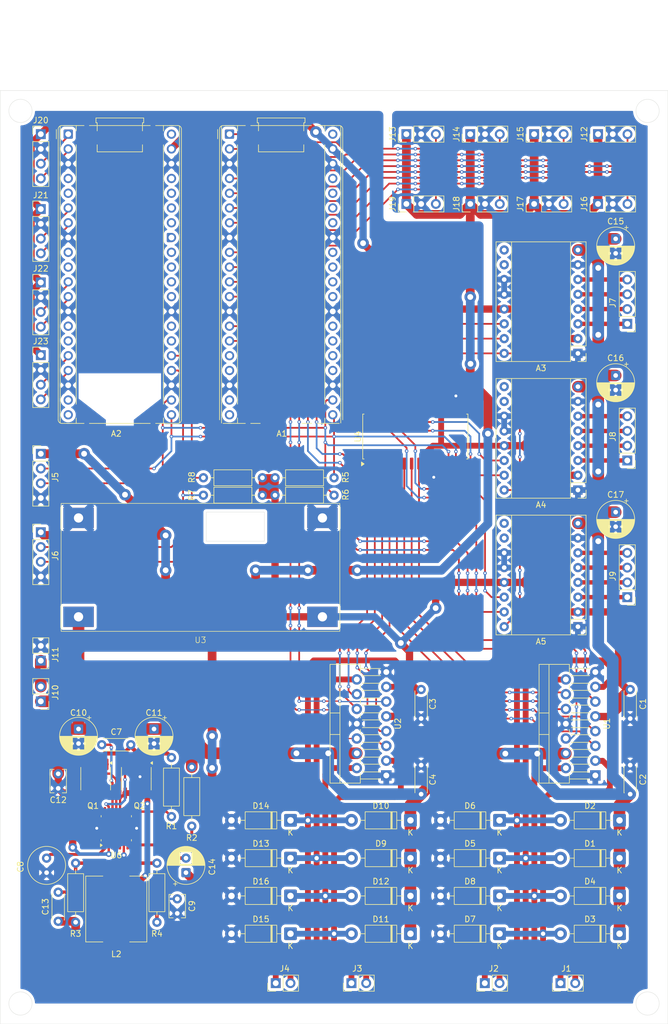
<source format=kicad_pcb>
(kicad_pcb (version 20241229) (generator "pcbnew") (generator_version "9.0")
  (layers (0 "F.Cu" signal) (2 "B.Cu" signal) (13 "F.Paste" user) (15 "B.Paste" user) (5 "F.SilkS" user "F.Silkscreen") (7 "B.SilkS" user "B.Silkscreen") (1 "F.Mask" user) (3 "B.Mask" user) (25 "Edge.Cuts" user))
  (net 0 "")
  (net 3 "I2C 0 SCL")
  (net 4 "Motor 2 Activation Pin")
  (net 5 "GNDPWR")
  (net 7 "Servo 3 PWM")
  (net 8 "Servo 8 PWM")
  (net 10 "Servo 2 PWM")
  (net 13 "+5VL")
  (net 14 "Servo 7 PWM")
  (net 16 "Servo 4 PWM")
  (net 18 "Servo 5 PWM")
  (net 20 "Motor 1 Activation Pin")
  (net 23 "Servo 1 PWM")
  (net 24 "Servo 6 PWM")
  (net 28 "Motor 3 Activation Pin")
  (net 30 "I2C 0 SDA")
  (net 33 "Motor 4 Activation Pin")
  (net 43 "I2C 1 SCL")
  (net 44 "Codeur 1 Pin 2")
  (net 48 "I2C 1 SDA")
  (net 59 "Codeur 1 Pin 1")
  (net 60 "Net-(A3-1A)")
  (net 61 "Net-(A3-1B)")
  (net 62 "Stepper 3 Sleep")
  (net 63 "Net-(A3-2A)")
  (net 64 "Steppers Dir")
  (net 65 "Stepper 3 Step")
  (net 66 "+12V")
  (net 67 "Net-(A3-2B)")
  (net 68 "Codeur 2 Pin 1")
  (net 70 "Net-(A4-1B)")
  (net 71 "Codeur 2 Pin 2")
  (net 72 "Stepper 1 Sleep")
  (net 73 "Net-(A4-2A)")
  (net 74 "Net-(A4-1A)")
  (net 75 "Codeur 3 Pin 2")
  (net 77 "Net-(A4-2B)")
  (net 78 "Stepper 1 Step")
  (net 80 "Codeur 3 Pin 1")
  (net 81 "Stepper 2 Sleep")
  (net 82 "Net-(A5-1B)")
  (net 83 "Net-(A5-1A)")
  (net 84 "Net-(A5-2A)")
  (net 85 "Stepper 2 Step")
  (net 86 "Codeur 4 Pin 1")
  (net 88 "Net-(A5-2B)")
  (net 89 "Net-(U6-SW)")
  (net 90 "Net-(U6-BST)")
  (net 91 "Net-(U6-VCC)")
  (net 92 "Net-(U6-SS)")
  (net 93 "Net-(U6-FB)")
  (net 94 "+5VP")
  (net 95 "Net-(C14-Pad2)")
  (net 96 "Net-(D1-A)")
  (net 97 "Net-(D2-A)")
  (net 98 "Net-(D3-A)")
  (net 99 "Net-(D4-A)")
  (net 100 "Net-(D13-K)")
  (net 101 "Net-(D10-A)")
  (net 102 "Net-(D11-A)")
  (net 103 "Net-(D12-A)")
  (net 104 "Net-(J10-Pin_2)")
  (net 105 "Net-(Q1-G)")
  (net 106 "Net-(Q2-G)")
  (net 107 "Net-(U6-ILIM)")
  (net 108 "Net-(U6-RON)")
  (net 109 "Motor 1 Direction Pin 2")
  (net 110 "Motor 1 Direction Pin 1")
  (net 111 "Motor 2 Direction Pin 2")
  (net 112 "Motor 2 Direction Pin 1")
  (net 113 "Motor 4 Direction Pin 2")
  (net 114 "Motor 3 Direction Pin 1")
  (net 115 "Motor 3 Direction Pin 2")
  (net 116 "Motor 4 Direction Pin 1")
  (net 123 "Codeur 4 Pin 2")
  (footprint "Connector_PinHeader_2.54mm:PinHeader_1x02_P2.54mm_Vertical" (layer "F.Cu") (at 235.5 218 90)
    (property "Reference" "J3")
    (property "Value" "Motor 2 Conn")
  )
  (footprint "Inductor_SMD:L_APV_APH1040" (layer "F.Cu") (at 195 205.25 -90)
    (property "Reference" "L2")
    (property "Value" "1.8uH")
  )
  (footprint "Connector_PinHeader_2.54mm:PinHeader_1x04_P2.54mm_Vertical" (layer "F.Cu") (at 182 97.5)
    (property "Reference" "J22")
    (property "Value" "Motor 3 Encoder")
  )
  (footprint "Connector_PinHeader_2.54mm:PinHeader_1x04_P2.54mm_Vertical" (layer "F.Cu") (at 182 110)
    (property "Reference" "J23")
    (property "Value" "Motor 4 Encoder")
  )
  (footprint "Capacitor_THT:C_Radial_D6.3mm_H5.0mm_P2.50mm" (layer "F.Cu") (at 183 196.5 -90)
    (property "Reference" "C8")
    (property "Value" "2.2uF")
  )
  (footprint "Module:Pololu_Breakout-16_15.2x20.3mm" (layer "F.Cu") (at 274.5 109.7 180)
    (property "Reference" "A3")
    (property "Value" "Pololu_Breakout_A4988")
  )
  (footprint "Package_SO:SOIC-8_3.9x4.9mm_P1.27mm" (layer "F.Cu") (at 198.45 182.8375 -90)
    (property "Reference" "Q2")
    (property "Value" "IRF8714PBF")
  )
  (footprint "Resistor_THT:R_Axial_DIN0207_L6.3mm_D2.5mm_P10.16mm_Horizontal" (layer "F.Cu") (at 208 180.84 -90)
    (property "Reference" "R2")
    (property "Value" "82.5kΩ")
  )
  (footprint "Diode_THT:D_DO-41_SOD81_P10.16mm_Horizontal" (layer "F.Cu") (at 281.66 209.5 180)
    (property "Reference" "D3")
    (property "Value" "1N4007")
  )
  (footprint "Connector_PinHeader_2.54mm:PinHeader_1x03_P2.54mm_Vertical" (layer "F.Cu") (at 277.96 72 90)
    (property "Reference" "J12")
    (property "Value" "Servo 4 Conn")
  )
  (footprint "Diode_THT:D_DO-41_SOD81_P10.16mm_Horizontal" (layer "F.Cu") (at 261 196.5 180)
    (property "Reference" "D5")
    (property "Value" "1N4007")
  )
  (footprint "Connector_PinHeader_2.54mm:PinHeader_1x04_P2.54mm_Vertical" (layer "F.Cu") (at 283 151.62 180)
    (property "Reference" "J9")
    (property "Value" "Stepper 3 Conn")
  )
  (footprint "Diode_THT:D_DO-41_SOD81_P10.16mm_Horizontal" (layer "F.Cu") (at 225 209.5 180)
    (property "Reference" "D15")
    (property "Value" "1N4007")
  )
  (footprint "Connector_PinHeader_2.54mm:PinHeader_1x04_P2.54mm_Vertical" (layer "F.Cu") (at 182 140.46)
    (property "Reference" "J6")
    (property "Value" "I2C 1 Conn")
  )
  (footprint "Module:RaspberryPi_Pico_Common_THT" (layer "F.Cu") (at 186.72 72)
    (property "Reference" "A2")
    (property "Value" "RaspberryPi_Pico_W")
  )
  (footprint "Connector_PinHeader_2.54mm:PinHeader_1x03_P2.54mm_Vertical" (layer "F.Cu") (at 244.96 72 90)
    (property "Reference" "J13")
    (property "Value" "Servo 1 Conn")
  )
  (footprint "Capacitor_THT:C_Disc_D4.3mm_W1.9mm_P5.00mm" (layer "F.Cu") (at 185 207.3625 90)
    (property "Reference" "C13")
    (property "Value" "120pF")
  )
  (footprint "Package_SO:HTSSOP-14-1EP_4.4x5mm_P0.65mm_EP3.4x5mm_Mask3x3.1mm" (layer "F.Cu") (at 195 191.3625 90)
    (property "Reference" "U6")
    (property "Value" "LM3150MH")
  )
  (footprint "Module:Pololu_Breakout-16_15.2x20.3mm" (layer "F.Cu") (at 274.5 133.2 180)
    (property "Reference" "A4")
    (property "Value" "Pololu_Breakout_A4988")
  )
  (footprint "Connector_PinHeader_2.54mm:PinHeader_1x03_P2.54mm_Vertical" (layer "F.Cu") (at 255.96 72 90)
    (property "Reference" "J14")
    (property "Value" "Servo 2 Conn")
  )
  (footprint "Connector_PinHeader_2.54mm:PinHeader_1x02_P2.54mm_Vertical" (layer "F.Cu") (at 258.46 218 90)
    (property "Reference" "J2")
    (property "Value" "Motor 1 Conn")
  )
  (footprint "Connector_PinHeader_2.54mm:PinHeader_1x02_P2.54mm_Vertical" (layer "F.Cu") (at 271.5 218 90)
    (property "Reference" "J1")
    (property "Value" "Motor 0 Conn")
  )
  (footprint "Capacitor_THT:C_Disc_D4.3mm_W1.9mm_P5.00mm" (layer "F.Cu") (at 283.5 180.5 -90)
    (property "Reference" "C2")
    (property "Value" "100nF")
  )
  (footprint "Diode_THT:D_DO-41_SOD81_P10.16mm_Horizontal" (layer "F.Cu") (at 261 203 180)
    (property "Reference" "D8")
    (property "Value" "1N4007")
  )
  (footprint "Capacitor_THT:CP_Radial_D6.3mm_P2.50mm" (layer "F.Cu") (at 281 137 -90)
    (property "Reference" "C17")
    (property "Value" "100uF")
  )
  (footprint "Capacitor_THT:CP_Radial_D6.3mm_P2.50mm" (layer "F.Cu") (at 281 113.5 -90)
    (property "Reference" "C16")
    (property "Value" "100uF")
  )
  (footprint "Diode_THT:D_DO-41_SOD81_P10.16mm_Horizontal" (layer "F.Cu") (at 245.66 203 180)
    (property "Reference" "D12")
    (property "Value" "1N4007")
  )
  (footprint "Diode_THT:D_DO-41_SOD81_P10.16mm_Horizontal" (layer "F.Cu") (at 261 209.5 180)
    (property "Reference" "D7")
    (property "Value" "1N4007")
  )
  (footprint "LM2596S-Module:LM2596S-Module" (layer "F.Cu") (at 209.5 146.5)
    (property "Reference" "U3")
    (property "Value" "~")
    (fp_rect (start 1 -9.5) (end 11 -4.5) (stroke (width 0.05)) (fill no) (layer "Edge.Cuts"))
  )
  (footprint "Diode_THT:D_DO-41_SOD81_P10.16mm_Horizontal" (layer "F.Cu") (at 281.66 190 180)
    (property "Reference" "D2")
    (property "Value" "1N4007")
  )
  (footprint "Package_SO:SOIC-8_3.9x4.9mm_P1.27mm" (layer "F.Cu") (at 191.45 182.8375 -90)
    (property "Reference" "Q1")
    (property "Value" "IRF8714PBF")
  )
  (footprint "Capacitor_THT:CP_Radial_D6.3mm_P2.50mm" (layer "F.Cu") (at 281 90 -90)
    (property "Reference" "C15")
    (property "Value" "100uF")
  )
  (footprint "Connector_PinHeader_2.54mm:PinHeader_1x03_P2.54mm_Vertical" (layer "F.Cu") (at 255.96 84 90)
    (property "Reference" "J18")
    (property "Value" "Servo 7 Conn")
  )
  (footprint "Connector_PinHeader_2.54mm:PinHeader_1x03_P2.54mm_Vertical" (layer "F.Cu") (at 277.96 84 90)
    (property "Reference" "J16")
    (property "Value" "Servo 5 Conn")
  )
  (footprint "Capacitor_THT:CP_Radial_D6.3mm_P2.50mm" (layer "F.Cu") (at 201.5 174.294888 -90)
    (property "Reference" "C11")
    (property "Value" "10uF")
  )
  (footprint "Capacitor_THT:C_Disc_D4.3mm_W1.9mm_P5.00mm" (layer "F.Cu") (at 247.5 172.5 90)
    (property "Reference" "C3")
    (property "Value" "100nF")
  )
  (footprint "Module:RaspberryPi_Pico_Common_THT" (layer "F.Cu") (at 214.5 72)
    (property "Reference" "A1")
    (property "Value" "RaspberryPi_Pico")
  )
  (footprint "Diode_THT:D_DO-41_SOD81_P10.16mm_Horizontal" (layer "F.Cu") (at 245.66 190 180)
    (property "Reference" "D10")
    (property "Value" "1N4007")
  )
  (footprint "Connector_PinHeader_2.54mm:PinHeader_1x03_P2.54mm_Vertical" (layer "F.Cu") (at 266.96 72 90)
    (property "Reference" "J15")
    (property "Value" "Servo 3 Conn")
  )
  (footprint "Resistor_THT:R_Axial_DIN0207_L6.3mm_D2.5mm_P10.16mm_Horizontal" (layer "F.Cu") (at 222.34 131.09)
    (property "Reference" "R5")
    (property "Value" "4.7kΩ")
  )
  (footprint "Connector_PinHeader_2.54mm:PinHeader_1x02_P2.54mm_Vertical" (layer "F.Cu") (at 182 162.54 180)
    (property "Reference" "J11")
    (property "Value" "BAU")
  )
  (footprint "Diode_THT:D_DO-41_SOD81_P10.16mm_Horizontal" (layer "F.Cu") (at 225 203 180)
    (property "Reference" "D16")
    (property "Value" "1N4007")
  )
  (footprint "Capacitor_THT:C_Disc_D3.8mm_W2.6mm_P2.50mm" (layer "F.Cu") (at 185 182 -90)
    (property "Reference" "C12")
    (property "Value" "100nF")
  )
  (footprint "Capacitor_THT:C_Disc_D4.3mm_W1.9mm_P5.00mm" (layer "F.Cu") (at 283.5 167.5 -90)
    (property "Reference" "C1")
    (property "Value" "100nF")
  )
  (footprint "Package_SO:SOIC-28W_7.5x17.9mm_P1.27mm" (layer "F.Cu") (at 246.5 124 90)
    (property "Reference" "U4")
    (property "Value" "MCP23017_SO")
  )
  (footprint "Connector_PinHeader_2.54mm:PinHeader_1x04_P2.54mm_Vertical" (layer "F.Cu") (at 182 72)
    (property "Reference" "J20")
    (property "Value" "Motor 1 Encoder")
  )
  (footprint "Diode_THT:D_DO-41_SOD81_P10.16mm_Horizontal" (layer "F.Cu") (at 281.66 203 180)
    (property "Reference" "D4")
    (property "Value" "1N4007")
  )
  (footprint "Module:Pololu_Breakout-16_15.2x20.3mm" (layer "F.Cu") (at 274.5 156.7 180)
    (property "Reference" "A5")
    (property "Value" "Pololu_Breakout_A4988")
  )
  (footprint "Connector_PinHeader_2.54mm:PinHeader_1x03_P2.54mm_Vertical" (layer "F.Cu") (at 266.96 84 90)
    (property "Reference" "J17")
    (property "Value" "Servo 6 Conn")
  )
  (footprint "Capacitor_THT:C_Disc_D4.3mm_W1.9mm_P5.00mm" (layer "F.Cu") (at 192.5 177)
    (property "Reference" "C7")
    (property "Value" "470nF")
  )
  (footprint "Diode_THT:D_DO-41_SOD81_P10.16mm_Horizontal" (layer "F.Cu") (at 281.66 196.5 180)
    (property "Reference" "D1")
    (property "Value" "1N4007")
  )
  (footprint "Resistor_THT:R_Axial_DIN0207_L6.3mm_D2.5mm_P10.16mm_Horizontal" (layer "F.Cu") (at 222.34 134.09)
    (property "Reference" "R6")
    (property "Value" "4.7kΩ")
  )
  (footprint "Diode_THT:D_DO-41_SOD81_P10.16mm_Horizontal" (layer "F.Cu") (at 245.66 196.5 180)
    (property "Reference" "D9")
    (property "Value" "1N4007")
  )
  (footprint "Resistor_THT:R_Axial_DIN0207_L6.3mm_D2.5mm_P10.16mm_Horizontal" (layer "F.Cu") (at 220.16 134.09 180)
    (property "Reference" "R7")
    (property "Value" "4.7kΩ")
  )
  (footprint "Resistor_THT:R_Axial_DIN0207_L6.3mm_D2.5mm_P10.16mm_Horizontal" (layer "F.Cu") (at 202 197.3625 -90)
    (property "Reference" "R4")
    (property "Value" "10kΩ")
  )
  (footprint "Capacitor_THT:CP_Radial_D6.3mm_P2.50mm" (layer "F.Cu") (at 207 199 90)
    (property "Reference" "C14")
    (property "Value" "120uF")
  )
  (footprint "Package_TO_SOT_THT:TO-220-15_P2.54x5.08mm_StaggerOdd_Lead4.58mm_Vertical" (layer "F.Cu") (at 277.5 182.28 90)
    (property "Reference" "U1")
    (property "Value" "L298HN")
  )
  (footprint "Capacitor_THT:C_Disc_D4.3mm_W1.9mm_P5.00mm" (layer "F.Cu") (at 247.5 185.5 90)
    (property "Reference" "C4")
    (property "Value" "100nF")
  )
  (footprint "Resistor_THT:R_Axial_DIN0207_L6.3mm_D2.5mm_P10.16mm_Horizontal" (layer "F.Cu") (at 188 197.3625 -90)
    (property "Reference" "R3")
    (property "Value" "73.2kΩ")
  )
  (footprint "Capacitor_THT:C_Disc_D3.8mm_W2.6mm_P2.50mm" (layer "F.Cu") (at 205.5 203.5 -90)
    (property "Reference" "C9")
    (property "Value" "15nF")
  )
  (footprint "Connector_PinHeader_2.54mm:PinHeader_1x04_P2.54mm_Vertical" (layer "F.Cu") (at 182 126.96)
    (property "Reference" "J5")
    (property "Value" "I2C 0 Conn")
  )
  (footprint "Diode_THT:D_DO-41_SOD81_P10.16mm_Horizontal" (layer "F.Cu") (at 245.66 209.5 180)
    (property "Reference" "D11")
    (property "Value" "1N4007")
  )
  (footprint "Resistor_THT:R_Axial_DIN0207_L6.3mm_D2.5mm_P10.16mm_Horizontal" (layer "F.Cu") (at 220.16 131.09 180)
    (property "Reference" "R8")
    (property "Value" "4.7kΩ")
  )
  (footprint "Connector_PinHeader_2.54mm:PinHeader_1x04_P2.54mm_Vertical" (layer "F.Cu") (at 182 84.88)
    (property "Reference" "J21")
    (property "Value" "Motor 2 Encoder")
  )
  (footprint "Connector_PinHeader_2.54mm:PinHeader_1x03_P2.54mm_Vertical" (layer "F.Cu") (at 244.96 84 90)
    (property "Reference" "J19")
    (property "Value" "Servo 8 Conn")
  )
  (footprint "Package_TO_SOT_THT:TO-220-15_P2.54x5.08mm_StaggerOdd_Lead4.58mm_Vertical" (layer "F.Cu") (at 241.5 182.28 90)
    (property "Reference" "U2")
    (property "Value" "L298HN")
  )
  (footprint "Diode_THT:D_DO-41_SOD81_P10.16mm_Horizontal" (layer "F.Cu") (at 261 190 180)
    (property "Reference" "D6")
    (property "Value" "1N4007")
  )
  (footprint "Connector_PinHeader_2.54mm:PinHeader_1x04_P2.54mm_Vertical" (layer "F.Cu") (at 283 128.12 180)
    (property "Reference" "J8")
    (property "Value" "Stepper 2 Conn")
  )
  (footprint "Diode_THT:D_DO-41_SOD81_P10.16mm_Horizontal" (layer "F.Cu") (at 225 190 180)
    (property "Reference" "D14")
    (property "Value" "1N4007")
  )
  (footprint "Connector_PinHeader_2.54mm:PinHeader_1x02_P2.54mm_Vertical" (layer "F.Cu") (at 222.46 218 90)
    (property "Reference" "J4")
    (property "Value" "Motor 3 Conn")
  )
  (footprint "Connector_PinHeader_2.54mm:PinHeader_1x04_P2.54mm_Vertical" (layer "F.Cu") (at 283 104.62 180)
    (property "Reference" "J7")
    (property "Value" "Stepper 1 Conn")
  )
  (footprint "Capacitor_THT:CP_Radial_D6.3mm_P2.50mm" (layer "F.Cu") (at 188.5 174.294888 -90)
    (property "Reference" "C10")
    (property "Value" "10uF")
  )
  (footprint "Diode_THT:D_DO-41_SOD81_P10.16mm_Horizontal" (layer "F.Cu") (at 225 196.5 180)
    (property "Reference" "D13")
    (property "Value" "1N4007")
  )
  (footprint "Resistor_THT:R_Axial_DIN0207_L6.3mm_D2.5mm_P10.16mm_Horizontal" (layer "F.Cu") (at 204.5 189.3625 90)
    (property "Reference" "R1")
    (property "Value" "665Ω")
  )
  (footprint "Connector_PinHeader_2.54mm:PinHeader_1x02_P2.54mm_Vertical" (layer "F.Cu") (at 182 169.54 180)
    (property "Reference" "J10")
    (property "Value" "12V Battery")
  )
  (gr_arc (start 259 85.25) (mid 259.707107 85.542893) (end 260 86.25) (stroke (width 0.5)) (layer "B.Cu") (net 5))
  (gr_arc (start 260 161.75) (mid 259.707107 162.457107) (end 259 162.75) (stroke (width 0.5)) (layer "B.Cu") (net 5))
  (gr_arc (start 189.75 162.75) (mid 188.75 161.75) (end 189.75 160.75) (stroke (width 0.5)) (layer "B.Cu") (net 5))
  (gr_arc (start 241.75 87.25) (mid 241.042893 86.957107) (end 240.75 86.25) (stroke (width 0.5)) (layer "B.Cu") (net 5))
  (gr_circle (center 178.5 221.5) (end 180.5 221.5) (stroke (width 0.05)) (fill no) (layer "Edge.Cuts"))
  (gr_circle (center 178.5 68) (end 180.5 68) (stroke (width 0.05)) (fill no) (layer "Edge.Cuts"))
  (gr_circle (center 286.5 68) (end 288.5 68) (stroke (width 0.05)) (fill no) (layer "Edge.Cuts"))
  (gr_rect (start 175 64.5) (end 290 225) (stroke (width 0.05)) (fill no) (layer "Edge.Cuts"))
  (gr_circle (center 286.5 221.5) (end 288.5 221.5) (stroke (width 0.05)) (fill no) (layer "Edge.Cuts"))
  (segment (start 203 131) (end 201.96 132.04) (width 0.3) (layer "F.Cu") (net 3))
  (segment (start 252.215 128.65) (end 252.215 126.58) (width 0.3) (layer "F.Cu") (net 3))
  (segment (start 231 122.5) (end 231 118) (width 0.3) (layer "F.Cu") (net 3))
  (segment (start 203.78 117.72) (end 204.5 117.72) (width 0.3) (layer "F.Cu") (net 3))
  (segment (start 231 132.59) (end 232.5 134.09) (width 0.3) (layer "F.Cu") (net 3))
  (segment (start 231.28 117.72) (end 232.28 117.72) (width 0.3) (layer "F.Cu") (net 3))
  (segment (start 203 118.5) (end 203.78 117.72) (width 0.3) (layer "F.Cu") (net 3))
  (segment (start 231 118) (end 231.28 117.72) (width 0.3) (layer "F.Cu") (net 3))
  (segment (start 231 125) (end 231 132.59) (width 0.3) (layer "F.Cu") (net 3))
  (segment (start 203 122.5) (end 203 131) (width 0.3) (layer "F.Cu") (net 3))
  (segment (start 201.96 132.04) (end 182 132.04) (width 0.3) (layer "F.Cu") (net 3))
  (segment (start 203 122.5) (end 203 118.5) (width 0.3) (layer "F.Cu") (net 3))
  (segment (start 209.5 122.5) (end 231 122.5) (width 0.3) (layer "F.Cu") (net 3))
  (via (at 209.5 122.5) (size 0.6) (drill 0.3) (layers "F.Cu" "B.Cu") (net 3))
  (via (at 203 122.5) (size 0.6) (drill 0.3) (layers "F.Cu" "B.Cu") (net 3))
  (via (at 231 122.5) (size 0.6) (drill 0.3) (layers "F.Cu" "B.Cu") (net 3))
  (via (at 252.215 126.58) (size 0.6) (drill 0.3) (layers "F.Cu" "B.Cu") (net 3))
  (via (at 231 125) (size 0.6) (drill 0.3) (layers "F.Cu" "B.Cu") (net 3))
  (segment (start 203 122.5) (end 209.5 122.5) (width 0.3) (layer "B.Cu") (net 3))
  (segment (start 231.5 125.5) (end 231 125) (width 0.3) (layer "B.Cu") (net 3))
  (segment (start 252.215 126.58) (end 251.135 125.5) (width 0.3) (layer "B.Cu") (net 3))
  (segment (start 251.135 125.5) (end 231.5 125.5) (width 0.3) (layer "B.Cu") (net 3))
  (segment (start 231 125) (end 231 122.5) (width 0.3) (layer "B.Cu") (net 3))
  (segment (start 229.5 99.5) (end 227.4 97.4) (width 0.3) (layer "F.Cu") (net 4))
  (segment (start 236 129) (end 234 127) (width 0.3) (layer "F.Cu") (net 4))
  (segment (start 255.5 147.5) (end 255.5 144) (width 0.3) (layer "F.Cu") (net 4))
  (segment (start 229.5 121.5) (end 229.5 99.5) (width 0.3) (layer "F.Cu") (net 4))
  (segment (start 275.75 161.25) (end 275.75 160.75) (width 0.3) (layer "F.Cu") (net 4))
  (segment (start 255.5 144) (end 253.5 142) (width 0.3) (layer "F.Cu") (net 4))
  (segment (start 255.5 158) (end 255.5 150.5) (width 0.3) (layer "F.Cu") (net 4))
  (segment (start 275.75 160.75) (end 274 159) (width 0.3) (layer "F.Cu") (net 4))
  (segment (start 236 141) (end 236 129) (width 0.3) (layer "F.Cu") (net 4))
  (segment (start 237 142) (end 236 141) (width 0.3) (layer "F.Cu") (net 4))
  (segment (start 274 159) (end 256.5 159) (width 0.3) (layer "F.Cu") (net 4))
  (segment (start 253.5 142) (end 248 142) (width 0.3) (layer "F.Cu") (net 4))
  (segment (start 256.5 159) (end 255.5 158) (width 0.3) (layer "F.Cu") (net 4))
  (segment (start 275.75 163.75) (end 275.75 167.86) (width 0.3) (layer "F.Cu") (net 4))
  (segment (start 275.75 167.86) (end 277.5 169.61) (width 0.3) (layer "F.Cu") (net 4))
  (segment (start 227.4 97.4) (end 214.5 97.4) (width 0.3) (layer "F.Cu") (net 4))
  (segment (start 234 127) (end 233.5 127) (width 0.3) (layer "F.Cu") (net 4))
  (via (at 233.5 127) (size 0.6) (drill 0.3) (layers "F.Cu" "B.Cu") (net 4))
  (via (at 229.5 121.5) (size 0.6) (drill 0.3) (layers "F.Cu" "B.Cu") (net 4))
  (via (at 255.5 147.5) (size 0.6) (drill 0.3) (layers "F.Cu" "B.Cu") (net 4))
  (via (at 275.75 161.25) (size 0.6) (drill 0.3) (layers "F.Cu" "B.Cu") (net 4))
  (via (at 275.75 163.75) (size 0.6) (drill 0.3) (layers "F.Cu" "B.Cu") (net 4))
  (via (at 237 142) (size 0.6) (drill 0.3) (layers "F.Cu" "B.Cu") (net 4))
  (via (at 248 142) (size 0.6) (drill 0.3) (layers "F.Cu" "B.Cu") (net 4))
  (via (at 255.5 150.5) (size 0.6) (drill 0.3) (layers "F.Cu" "B.Cu") (net 4))
  (segment (start 230.5 127) (end 233.5 127) (width 0.3) (layer "B.Cu") (net 4))
  (segment (start 255.5 150.5) (end 255.5 147.5) (width 0.3) (layer "B.Cu") (net 4))
  (segment (start 229.5 126) (end 230.5 127) (width 0.3) (layer "B.Cu") (net 4))
  (segment (start 275.75 161.25) (end 275.75 163.75) (width 0.3) (layer "B.Cu") (net 4))
  (segment (start 229.5 121.5) (end 229.5 126) (width 0.3) (layer "B.Cu") (net 4))
  (segment (start 237 142) (end 248 142) (width 0.3) (layer "B.Cu") (net 4))
  (segment (start 195.65 192.0125) (end 195 191.3625) (width 0.5) (layer "F.Cu") (net 5))
  (segment (start 199.085 180.3625) (end 197.815 180.3625) (width 1) (layer "F.Cu") (net 5))
  (segment (start 196.3 190.0625) (end 195 191.3625) (width 0.5) (layer "F.Cu") (net 5))
  (segment (start 195 191.3625) (end 194.3625 191.3625) (width 0.5) (layer "F.Cu") (net 5))
  (segment (start 193.05 190.05) (end 193.05 188.5) (width 0.5) (layer "F.Cu") (net 5))
  (segment (start 195 191.3625) (end 191.6375 191.3625) (width 1) (layer "F.Cu") (net 5))
  (segment (start 196.3 188.5) (end 196.3 190.0625) (width 0.5) (layer "F.Cu") (net 5))
  (segment (start 200.355 180.3625) (end 199.085 180.3625) (width 1) (layer "F.Cu") (net 5))
  (segment (start 249.675 128.65) (end 249.675 131) (width 1) (layer "F.Cu") (net 5))
  (segment (start 195.65 194.225) (end 195.65 192.0125) (width 0.5) (layer "F.Cu") (net 5))
  (segment (start 253.485 119.35) (end 252.215 119.35) (width 0.6) (layer "F.Cu") (net 5))
  (segment (start 254.755 119.35) (end 253.485 119.35) (width 0.6) (layer "F.Cu") (net 5))
  (segment (start 195 191.3625) (end 198.5 191.3625) (width 1) (layer "F.Cu") (net 5))
  (segment (start 194.3625 191.3625) (end 193.05 190.05) (width 0.5) (layer "F.Cu") (net 5))
  (segment (start 253.485 119.35) (end 253.485 117.015) (width 0.6) (layer "F.Cu") (net 5))
  (segment (start 199.085 182.5) (end 199.085 180.3625) (width 1) (layer "F.Cu") (net 5))
  (via (at 198.5 191.3625) (size 1) (drill 0.5) (layers "F.Cu" "B.Cu") (net 5))
  (via (at 191.6375 191.3625) (size 1) (drill 0.5) (layers "F.Cu" "B.Cu") (net 5))
  (via (at 199.085 182.5) (size 1) (drill 0.5) (layers "F.Cu" "B.Cu") (net 5))
  (via (at 253.485 117.015) (size 1) (drill 0.5) (layers "F.Cu" "B.Cu") (net 5))
  (via (at 249.675 131) (size 1) (drill 0.5) (layers "F.Cu" "B.Cu") (net 5))
  (segment (start 222.616 79.62) (end 214.5 79.62) (width 0.3) (layer "F.Cu") (net 7))
  (segment (start 243.5 76.5) (end 236 76.5) (width 0.3) (layer "F.Cu") (net 7))
  (segment (start 265.5 76.5) (end 257.5 76.5) (width 0.3) (layer "F.Cu") (net 7))
  (segment (start 224 78.236) (end 222.616 79.62) (width 0.3) (layer "F.Cu") (net 7))
  (segment (start 272.04 75.46) (end 271 76.5) (width 0.3) (layer "F.Cu") (net 7))
  (segment (start 234.264 78.236) (end 224 78.236) (width 0.3) (layer "F.Cu") (net 7))
  (segment (start 254.5 76.5) (end 246.5 76.5) (width 0.3) (layer "F.Cu") (net 7))
  (segment (start 271 76.5) (end 268.5 76.5) (width 0.3) (layer "F.Cu") (net 7))
  (segment (start 272.04 72) (end 272.04 75.46) (width 0.3) (layer "F.Cu") (net 7))
  (segment (start 236 76.5) (end 234.264 78.236) (width 0.3) (layer "F.Cu") (net 7))
  (via (at 254.5 76.5) (size 0.6) (drill 0.3) (layers "F.Cu" "B.Cu") (net 7))
  (via (at 268.5 76.5) (size 0.6) (drill 0.3) (layers "F.Cu" "B.Cu") (net 7))
  (via (at 257.5 76.5) (size 0.6) (drill 0.3) (layers "F.Cu" "B.Cu") (net 7))
  (via (at 243.5 76.5) (size 0.6) (drill 0.3) (layers "F.Cu" "B.Cu") (net 7))
  (via (at 265.5 76.5) (size 0.6) (drill 0.3) (layers "F.Cu" "B.Cu") (net 7))
  (via (at 246.5 76.5) (size 0.6) (drill 0.3) (layers "F.Cu" "B.Cu") (net 7))
  (segment (start 246.5 76.5) (end 243.5 76.5) (width 0.3) (layer "B.Cu") (net 7))
  (segment (start 268.5 76.5) (end 265.5 76.5) (width 0.3) (layer "B.Cu") (net 7))
  (segment (start 257.5 76.5) (end 254.5 76.5) (width 0.3) (layer "B.Cu") (net 7))
  (segment (start 250.04 82.54) (end 250.04 84) (width 0.3) (layer "F.Cu") (net 8))
  (segment (start 233.831 91.169) (end 224 91.169) (width 0.3) (layer "F.Cu") (net 8))
  (segment (start 246.5 81.5) (end 249 81.5) (width 0.3) (layer "F.Cu") (net 8))
  (segment (start 220.309 94.86) (end 214.5 94.86) (width 0.3) (layer "F.Cu") (net 8))
  (segment (start 224 91.169) (end 220.309 94.86) (width 0.3) (layer "F.Cu") (net 8))
  (segment (start 249 81.5) (end 250.04 82.54) (width 0.3) (layer "F.Cu") (net 8))
  (segment (start 243.5 81.5) (end 233.831 91.169) (width 0.3) (layer "F.Cu") (net 8))
  (via (at 246.5 81.5) (size 0.6) (drill 0.3) (layers "F.Cu" "B.Cu") (net 8))
  (via (at 243.5 81.5) (size 0.6) (drill 0.3) (layers "F.Cu" "B.Cu") (net 8))
  (segment (start 246.5 81.5) (end 243.5 81.5) (width 0.3) (layer "B.Cu") (net 8))
  (segment (start 234.5 75.5) (end 234.076 75.924) (width 0.3) (layer "F.Cu") (net 10))
  (segment (start 243.5 75.5) (end 234.5 75.5) (width 0.3) (layer "F.Cu") (net 10))
  (segment (start 222.54 74.54) (end 214.5 74.54) (width 0.3) (layer "F.Cu") (net 10))
  (segment (start 254.5 75.5) (end 246.5 75.5) (width 0.3) (layer "F.Cu") (net 10))
  (segment (start 260 75.5) (end 261.04 74.46) (width 0.3) (layer "F.Cu") (net 10))
  (segment (start 223.924 75.924) (end 222.54 74.54) (width 0.3) (layer "F.Cu") (net 10))
  (segment (start 261.04 74.46) (end 261.04 72) (width 0.3) (layer "F.Cu") (net 10))
  (segment (start 257.5 75.5) (end 260 75.5) (width 0.3) (layer "F.Cu") (net 10))
  (segment (start 234.076 75.924) (end 223.924 75.924) (width 0.3) (layer "F.Cu") (net 10))
  (via (at 254.5 75.5) (size 0.6) (drill 0.3) (layers "F.Cu" "B.Cu") (net 10))
  (via (at 243.5 75.5) (size 0.6) (drill 0.3) (layers "F.Cu" "B.Cu") (net 10))
  (via (at 257.5 75.5) (size 0.6) (drill 0.3) (layers "F.Cu" "B.Cu") (net 10))
  (via (at 246.5 75.5) (size 0.6) (drill 0.3) (layers "F.Cu" "B.Cu") (net 10))
  (segment (start 246.5 75.5) (end 243.5 75.5) (width 0.3) (layer "B.Cu") (net 10))
  (segment (start 257.5 75.5) (end 254.5 75.5) (width 0.3) (layer "B.Cu") (net 10))
  (segment (start 180.324 73.676) (end 180.324 83.204) (width 1.25) (layer "F.Cu") (net 13))
  (segment (start 180.324 86.556) (end 180.324 95.824) (width 1.25) (layer "F.Cu") (net 13))
  (segment (start 250 152) (end 252.92 149.08) (width 1.25) (layer "F.Cu") (net 13))
  (segment (start 245.5 166.28) (end 246.72 167.5) (width 1.25) (layer "F.Cu") (net 13))
  (segment (start 265.08 149.08) (end 270.16 144) (width 1.25) (layer "F.Cu") (net 13))
  (segment (start 222.34 134.09) (end 222.34 131.09) (width 1.25) (layer "F.Cu") (net 13))
  (segment (start 274.5 130.66) (end 270.16 130.66) (width 1.25) (layer "F.Cu") (net 13))
  (segment (start 245.5 171) (end 244.38 172.12) (width 1.25) (layer "F.Cu") (net 13))
  (segment (start 270.16 154.16) (end 265.08 149.08) (width 1.25) (layer "F.Cu") (net 13))
  (segment (start 244.38 172.12) (end 241.5 172.12) (width 1.25) (layer "F.Cu") (net 13))
  (segment (start 280.2 172.15) (end 281.5 170.85) (width 1.25) (layer "F.Cu") (net 13))
  (segment (start 222.34 131.09) (end 222.34 131.91) (width 1.25) (layer "F.Cu") (net 13))
  (segment (start 250.945 119.35) (end 250.945 125.58) (width 1) (layer "F.Cu") (net 13))
  (segment (start 261.8 102.08) (end 265.08 102.08) (width 1.25) (layer "F.Cu") (net 13))
  (segment (start 283 167.5) (end 283.5 167.5) (width 1.25) (layer "F.Cu") (net 13))
  (segment (start 182 84.88) (end 180.324 86.556) (width 1.25) (layer "F.Cu") (net 13))
  (segment (start 270.16 120.5) (end 265.08 125.58) (width 1.25) (layer "F.Cu") (net 13))
  (segment (start 220.16 134.09) (end 220.16 131.09) (width 1.25) (layer "F.Cu") (net 13))
  (segment (start 230.5 155) (end 223 155) (width 1.25) (layer "F.Cu") (net 13))
  (segment (start 227.74 70) (end 209.04 70) (width 1.25) (layer "F.Cu") (net 13))
  (segment (start 270.16 130.66) (end 265.08 125.58) (width 1.25) (layer "F.Cu") (net 13))
  (segment (start 265.08 149.08) (end 261.8 149.08) (width 1.25) (layer "F.Cu") (net 13))
  (segment (start 274.5 154.16) (end 280.16 154.16) (width 1.25) (layer "F.Cu") (net 13))
  (segment (start 245.5 168.72) (end 245.5 171) (width 1.25) (layer "F.Cu") (net 13))
  (segment (start 180.324 83.204) (end 182 84.88) (width 1.25) (layer "F.Cu") (net 13))
  (segment (start 252.92 149.08) (end 261.8 149.08) (width 1.25) (layer "F.Cu") (net 13))
  (segment (start 245.5 161) (end 245.5 166.28) (width 1.25) (layer "F.Cu") (net 13))
  (segment (start 229.37 71.63) (end 227.74 70) (width 1.25) (layer "F.Cu") (net 13))
  (segment (start 222.34 134.09) (end 220.16 134.09) (width 1.25) (layer "F.Cu") (net 13))
  (segment (start 248.83 102.08) (end 261.8 102.08) (width 1.25) (layer "F.Cu") (net 13))
  (segment (start 277.34 172.15) (end 280.2 172.15) (width 1.25) (layer "F.Cu") (net 13))
  (segment (start 270.16 130.66) (end 270.16 144) (width 1.25) (layer "F.Cu") (net 13))
  (segment (start 249.515 125.58) (end 248.405 126.69) (width 1) (layer "F.Cu") (net 13))
  (segment (start 180.324 95.824) (end 182 97.5) (width 1.25) (layer "F.Cu") (net 13))
  (segment (start 248.405 126.69) (end 248.405 128.65) (width 1) (layer "F.Cu") (net 13))
  (segment (start 209.04 70) (end 184 70) (width 1.25) (layer "F.Cu") (net 13))
  (segment (start 281.5 166) (end 283 167.5) (width 1.25) (layer "F.Cu") (net 13))
  (segment (start 265.08 125.58) (end 261.8 125.58) (width 1.25) (layer "F.Cu") (net 13))
  (segment (start 184 70) (end 182 72) (width 1.25) (layer "F.Cu") (net 13))
  (segment (start 250 153.5) (end 250 152) (width 1.25) (layer "F.Cu") (net 13))
  (segment (start 280.16 154.16) (end 281.5 155.5) (width 1.25) (layer "F.Cu") (net 13))
  (segment (start 246.72 167.5) (end 245.5 168.72) (width 1.25) (layer "F.Cu") (net 13))
  (segment (start 270.16 107.16) (end 270.16 120.5) (width 1.25) (layer "F.Cu") (net 13))
  (segment (start 220.16 131.09) (end 222.34 131.09) (width 1.25) (layer "F.Cu") (net 13))
  (segment (start 270.16 107.16) (end 274.5 107.16) (width 1.25) (layer "F.Cu") (net 13))
  (segment (start 223 155) (end 222.34 154.34) (width 1.25) (layer "F.Cu") (net 13))
  (segment (start 222.34 131.91) (end 220.16 134.09) (width 1.25) (layer "F.Cu") (net 13))
  (segment (start 182 72) (end 180.324 73.676) (width 1.25) (layer "F.Cu") (net 13))
  (segment (start 222.34 133.27) (end 220.16 131.09) (width 1.25) (layer "F.Cu") (net 13))
  (segment (start 261.8 125.58) (end 249.515 125.58) (width 1) (layer "F.Cu") (net 13))
  (segment (start 237.5 90.75) (end 248.83 102.08) (width 1.25) (layer "F.Cu") (net 13))
  (segment (start 222.34 134.09) (end 222.34 133.27) (width 1.25) (layer "F.Cu") (net 13))
  (segment (start 274.5 154.16) (end 270.16 154.16) (width 1.25) (layer "F.Cu") (net 13))
  (segment (start 281.5 170.85) (end 281.5 169) (width 1.25) (layer "F.Cu") (net 13))
  (segment (start 281.5 155.5) (end 281.5 166) (width 1.25) (layer "F.Cu") (net 13))
  (segment (start 209.04 70) (end 204.5 74.54) (width 1.25) (layer "F.Cu") (net 13))
  (segment (start 222.34 154.34) (end 222.34 134.09) (width 1.25) (layer "F.Cu") (net 13))
  (segment (start 246.72 167.5) (end 247.5 167.5) (width 1.25) (layer "F.Cu") (net 13))
  (segment (start 244 159.5) (end 245.5 161) (width 1.25) (layer "F.Cu") (net 13))
  (segment (start 180.324 108.324) (end 182 110) (width 1.25) (layer "F.Cu") (net 13))
  (segment (start 182 97.5) (end 180.324 99.176) (width 1.25) (layer "F.Cu") (net 13))
  (segment (start 265.08 102.08) (end 270.16 107.16) (width 1.25) (layer "F.Cu") (net 13))
  (segment (start 180.324 99.176) (end 180.324 108.324) (width 1.25) (layer "F.Cu") (net 13))
  (segment (start 281.5 169) (end 283 167.5) (width 1.25) (layer "F.Cu") (net 13))
  (via (at 229.37 71.63) (size 2) (drill 1) (layers "F.Cu" "B.Cu") (net 13))
  (via (at 237.5 90.75) (size 2) (drill 1) (layers "F.Cu" "B.Cu") (net 13))
  (via (at 244 159.5) (size 2) (drill 1) (layers "F.Cu" "B.Cu") (net 13))
  (via (at 250 153.5) (size 2) (drill 1) (layers "F.Cu" "B.Cu") (net 13))
  (segment (start 237.5 79.76) (end 232.28 74.54) (width 1.25) (layer "B.Cu") (net 13))
  (segment (start 237.5 90.75) (end 237.5 79.76) (width 1.25) (layer "B.Cu") (net 13))
  (segment (start 244 159.5) (end 239.5 155) (width 1.25) (layer "B.Cu") (net 13))
  (segment (start 229.37 71.63) (end 232.28 74.54) (width 1.25) (layer "B.Cu") (net 13))
  (segment (start 250 153.5) (end 244 159.5) (width 1.25) (layer "B.Cu") (net 13))
  (segment (start 239.5 155) (end 230.5 155) (width 1.25) (layer "B.Cu") (net 13))
  (segment (start 220.18 92.32) (end 214.5 92.32) (width 0.3) (layer "F.Cu") (net 14))
  (segment (start 234 88.5) (end 224 88.5) (width 0.3) (layer "F.Cu") (net 14))
  (segment (start 261.04 81.54) (end 261.04 84) (width 0.3) (layer "F.Cu") (net 14))
  (segment (start 260 80.5) (end 261.04 81.54) (width 0.3) (layer "F.Cu") (net 14))
  (segment (start 242 80.5) (end 234 88.5) (width 0.3) (layer "F.Cu") (net 14))
  (segment (start 254.5 80.5) (end 246.5 80.5) (width 0.3) (layer "F.Cu") (net 14))
  (segment (start 243.5 80.5) (end 242 80.5) (width 0.3) (layer "F.Cu") (net 14))
  (segment (start 257.5 80.5) (end 260 80.5) (width 0.3) (layer "F.Cu") (net 14))
  (segment (start 224 88.5) (end 220.18 92.32) (width 0.3) (layer "F.Cu") (net 14))
  (via (at 246.5 80.5) (size 0.6) (drill 0.3) (layers "F.Cu" "B.Cu") (net 14))
  (via (at 257.5 80.5) (size 0.6) (drill 0.3) (layers "F.Cu" "B.Cu") (net 14))
  (via (at 243.5 80.5) (size 0.6) (drill 0.3) (layers "F.Cu" "B.Cu") (net 14))
  (via (at 254.5 80.5) (size 0.6) (drill 0.3) (layers "F.Cu" "B.Cu") (net 14))
  (segment (start 257.5 80.5) (end 254.5 80.5) (width 0.3) (layer "B.Cu") (net 14))
  (segment (start 246.5 80.5) (end 243.5 80.5) (width 0.3) (layer "B.Cu") (net 14))
  (segment (start 222.84 82.16) (end 214.5 82.16) (width 0.3) (layer "F.Cu") (net 16))
  (segment (start 243.5 77.5) (end 237.5 77.5) (width 0.3) (layer "F.Cu") (net 16))
  (segment (start 279.5 77.5) (end 282 77.5) (width 0.3) (layer "F.Cu") (net 16))
  (segment (start 224 81) (end 222.84 82.16) (width 0.3) (layer "F.Cu") (net 16))
  (segment (start 237.5 77.5) (end 234 81) (width 0.3) (layer "F.Cu") (net 16))
  (segment (start 283.04 76.46) (end 283.04 72) (width 0.3) (layer "F.Cu") (net 16))
  (segment (start 276.5 77.5) (end 268.5 77.5) (width 0.3) (layer "F.Cu") (net 16))
  (segment (start 265.5 77.5) (end 257.5 77.5) (width 0.3) (layer "F.Cu") (net 16))
  (segment (start 254.5 77.5) (end 246.5 77.5) (width 0.3) (layer "F.Cu") (net 16))
  (segment (start 234 81) (end 224 81) (width 0.3) (layer "F.Cu") (net 16))
  (segment (start 282 77.5) (end 283.04 76.46) (width 0.3) (layer "F.Cu") (net 16))
  (via (at 268.5 77.5) (size 0.6) (drill 0.3) (layers "F.Cu" "B.Cu") (net 16))
  (via (at 276.5 77.5) (size 0.6) (drill 0.3) (layers "F.Cu" "B.Cu") (net 16))
  (via (at 279.5 77.5) (size 0.6) (drill 0.3) (layers "F.Cu" "B.Cu") (net 16))
  (via (at 243.5 77.5) (size 0.6) (drill 0.3) (layers "F.Cu" "B.Cu") (net 16))
  (via (at 257.5 77.5) (size 0.6) (drill 0.3) (layers "F.Cu" "B.Cu") (net 16))
  (via (at 254.5 77.5) (size 0.6) (drill 0.3) (layers "F.Cu" "B.Cu") (net 16))
  (via (at 265.5 77.5) (size 0.6) (drill 0.3) (layers "F.Cu" "B.Cu") (net 16))
  (via (at 246.5 77.5) (size 0.6) (drill 0.3) (layers "F.Cu" "B.Cu") (net 16))
  (segment (start 246.5 77.5) (end 243.5 77.5) (width 0.3) (layer "B.Cu") (net 16))
  (segment (start 257.5 77.5) (end 254.5 77.5) (width 0.3) (layer "B.Cu") (net 16))
  (segment (start 279.5 77.5) (end 276.5 77.5) (width 0.3) (layer "B.Cu") (net 16))
  (segment (start 268.5 77.5) (end 265.5 77.5) (width 0.3) (layer "B.Cu") (net 16))
  (segment (start 276.5 78.5) (end 268.5 78.5) (width 0.3) (layer "F.Cu") (net 18))
  (segment (start 224 83.5) (end 222.8 84.7) (width 0.3) (layer "F.Cu") (net 18))
  (segment (start 265.5 78.5) (end 257.5 78.5) (width 0.3) (layer "F.Cu") (net 18))
  (segment (start 254.5 78.5) (end 246.5 78.5) (width 0.3) (layer "F.Cu") (net 18))
  (segment (start 243.5 78.5) (end 239 78.5) (width 0.3) (layer "F.Cu") (net 18))
  (segment (start 282 78.5) (end 283.04 79.54) (width 0.3) (layer "F.Cu") (net 18))
  (segment (start 239 78.5) (end 234 83.5) (width 0.3) (layer "F.Cu") (net 18))
  (segment (start 283.04 79.54) (end 283.04 84) (width 0.3) (layer "F.Cu") (net 18))
  (segment (start 234 83.5) (end 224 83.5) (width 0.3) (layer "F.Cu") (net 18))
  (segment (start 222.8 84.7) (end 214.5 84.7) (width 0.3) (layer "F.Cu") (net 18))
  (segment (start 279.5 78.5) (end 282 78.5) (width 0.3) (layer "F.Cu") (net 18))
  (via (at 257.5 78.5) (size 0.6) (drill 0.3) (layers "F.Cu" "B.Cu") (net 18))
  (via (at 254.5 78.5) (size 0.6) (drill 0.3) (layers "F.Cu" "B.Cu") (net 18))
  (via (at 265.5 78.5) (size 0.6) (drill 0.3) (layers "F.Cu" "B.Cu") (net 18))
  (via (at 279.5 78.5) (size 0.6) (drill 0.3) (layers "F.Cu" "B.Cu") (net 18))
  (via (at 276.5 78.5) (size 0.6) (drill 0.3) (layers "F.Cu" "B.Cu") (net 18))
  (via (at 268.5 78.5) (size 0.6) (drill 0.3) (layers "F.Cu" "B.Cu") (net 18))
  (via (at 243.5 78.5) (size 0.6) (drill 0.3) (layers "F.Cu" "B.Cu") (net 18))
  (via (at 246.5 78.5) (size 0.6) (drill 0.3) (layers "F.Cu" "B.Cu") (net 18))
  (segment (start 268.5 78.5) (end 265.5 78.5) (width 0.3) (layer "B.Cu") (net 18))
  (segment (start 246.5 78.5) (end 243.5 78.5) (width 0.3) (layer "B.Cu") (net 18))
  (segment (start 279.5 78.5) (end 276.5 78.5) (width 0.3) (layer "B.Cu") (net 18))
  (segment (start 257.5 78.5) (end 254.5 78.5) (width 0.3) (layer "B.Cu") (net 18))
  (segment (start 274.25 161) (end 273.75 160.5) (width 0.3) (layer "F.Cu") (net 20))
  (segment (start 236.5 143.5) (end 234.5 141.5) (width 0.3) (layer "F.Cu") (net 20))
  (segment (start 254 144.5) (end 253 143.5) (width 0.3) (layer "F.Cu") (net 20))
  (segment (start 228 101) (end 226.94 99.94) (width 0.3) (layer "F.Cu") (net 20))
  (segment (start 226.94 99.94) (end 214.5 99.94) (width 0.3) (layer "F.Cu") (net 20))
  (segment (start 273.75 160.5) (end 256 160.5) (width 0.3) (layer "F.Cu") (net 20))
  (segment (start 233.5 128.520237) (end 233.5 128.5) (width 0.2) (layer "F.Cu") (net 20))
  (segment (start 254 158.5) (end 254 150.545622) (width 0.3) (layer "F.Cu") (net 20))
  (segment (start 274.25 163.75) (end 274.25 170.5) (width 0.3) (layer "F.Cu") (net 20))
  (segment (start 234.5 129.520237) (end 233.5 128.520237) (width 0.3) (layer "F.Cu") (net 20))
  (segment (start 256 160.5) (end 254 158.5) (width 0.3) (layer "F.Cu") (net 20))
  (segment (start 274.25 161.25) (end 274.25 161) (width 0.3) (layer "F.Cu") (net 20))
  (segment (start 253 143.5) (end 248 143.5) (width 0.3) (layer "F.Cu") (net 20))
  (segment (start 254 147.5) (end 254 144.5) (width 0.3) (layer "F.Cu") (net 20))
  (segment (start 228 121.5) (end 228 101) (width 0.3) (layer "F.Cu") (net 20))
  (segment (start 237 143.5) (end 236.5 143.5) (width 0.3) (layer "F.Cu") (net 20))
  (segment (start 234.5 141.5) (end 234.5 129.520237) (width 0.3) (layer "F.Cu") (net 20))
  (via (at 254 150.545622) (size 0.6) (drill 0.3) (layers "F.Cu" "B.Cu") (net 20))
  (via (at 228 121.5) (size 0.6) (drill 0.3) (layers "F.Cu" "B.Cu") (net 20))
  (via (at 254 147.5) (size 0.6) (drill 0.3) (layers "F.Cu" "B.Cu") (net 20))
  (via (at 274.25 161.25) (size 0.6) (drill 0.3) (layers "F.Cu" "B.Cu") (net 20))
  (via (at 248 143.5) (size 0.6) (drill 0.3) (layers "F.Cu" "B.Cu") (net 20))
  (via (at 274.25 170.5) (size 0.6) (drill 0.3) (layers "F.Cu" "B.Cu") (net 20))
  (via (at 233.5 128.5) (size 0.6) (drill 0.3) (layers "F.Cu" "B.Cu") (net 20))
  (via (at 274.25 163.75) (size 0.6) (drill 0.3) (layers "F.Cu" "B.Cu") (net 20))
  (via (at 237 143.5) (size 0.6) (drill 0.3) (layers "F.Cu" "B.Cu") (net 20))
  (segment (start 274.25 170.5) (end 274.25 175) (width 0.3) (layer "B.Cu") (net 20))
  (segment (start 254 150.545622) (end 254 147.5) (width 0.3) (layer "B.Cu") (net 20))
  (segment (start 237 143.5) (end 248 143.5) (width 0.3) (layer "B.Cu") (net 20))
  (segment (start 274.25 161.25) (end 274.25 163.75) (width 0.3) (layer "B.Cu") (net 20))
  (segment (start 273.29 175.96) (end 272.42 175.96) (width 0.3) (layer "B.Cu") (net 20))
  (segment (start 228 126.5) (end 230 128.5) (width 0.3) (layer "B.Cu") (net 20))
  (segment (start 274.25 175) (end 273.29 175.96) (width 0.3) (layer "B.Cu") (net 20))
  (segment (start 230 128.5) (end 233.5 128.5) (width 0.3) (layer "B.Cu") (net 20))
  (segment (start 228 121.5) (end 228 126.5) (width 0.3) (layer "B.Cu") (net 20))
  (segment (start 232.889 73.389) (end 223.889 73.389) (width 0.3) (layer "F.Cu") (net 23))
  (segment (start 250.04 73.46) (end 250.04 72) (width 0.3) (layer "F.Cu") (net 23))
  (segment (start 249 74.5) (end 250.04 73.46) (width 0.3) (layer "F.Cu") (net 23))
  (segment (start 223.889 73.389) (end 222.5 72) (width 0.3) (layer "F.Cu") (net 23))
  (segment (start 234 74.5) (end 232.889 73.389) (width 0.3) (layer "F.Cu") (net 23))
  (segment (start 243.5 74.5) (end 234 74.5) (width 0.3) (layer "F.Cu") (net 23))
  (segment (start 246.5 74.5) (end 249 74.5) (width 0.3) (layer "F.Cu") (net 23))
  (segment (start 222.5 72) (end 214.5 72) (width 0.3) (layer "F.Cu") (net 23))
  (via (at 243.5 74.5) (size 0.6) (drill 0.3) (layers "F.Cu" "B.Cu") (net 23))
  (via (at 246.5 74.5) (size 0.6) (drill 0.3) (layers "F.Cu" "B.Cu") (net 23))
  (segment (start 246.5 74.5) (end 243.5 74.5) (width 0.3) (layer "B.Cu") (net 23))
  (segment (start 243.5 79.5) (end 240.5 79.5) (width 0.3) (layer "F.Cu") (net 24))
  (segment (start 222.611 87.24) (end 214.5 87.24) (width 0.3) (layer "F.Cu") (net 24))
  (segment (start 268.5 79.5) (end 271 79.5) (width 0.3) (layer "F.Cu") (net 24))
  (segment (start 240.5 79.5) (end 234.149 85.851) (width 0.3) (layer "F.Cu") (net 24))
  (segment (start 224 85.851) (end 222.611 87.24) (width 0.3) (layer "F.Cu") (net 24))
  (segment (start 234.149 85.851) (end 224 85.851) (width 0.3) (layer "F.Cu") (net 24))
  (segment (start 265.5 79.5) (end 257.5 79.5) (width 0.3) (layer "F.Cu") (net 24))
  (segment (start 272.04 80.54) (end 272.04 84) (width 0.3) (layer "F.Cu") (net 24))
  (segment (start 254.5 79.5) (end 246.5 79.5) (width 0.3) (layer "F.Cu") (net 24))
  (segment (start 271 79.5) (end 272.04 80.54) (width 0.3) (layer "F.Cu") (net 24))
  (via (at 246.5 79.5) (size 0.6) (drill 0.3) (layers "F.Cu" "B.Cu") (net 24))
  (via (at 257.5 79.5) (size 0.6) (drill 0.3) (layers "F.Cu" "B.Cu") (net 24))
  (via (at 254.5 79.5) (size 0.6) (drill 0.3) (layers "F.Cu" "B.Cu") (net 24))
  (via (at 243.5 79.5) (size 0.6) (drill 0.3) (layers "F.Cu" "B.Cu") (net 24))
  (via (at 265.5 79.5) (size 0.6) (drill 0.3) (layers "F.Cu" "B.Cu") (net 24))
  (via (at 268.5 79.5) (size 0.6) (drill 0.3) (layers "F.Cu" "B.Cu") (net 24))
  (segment (start 246.5 79.5) (end 243.5 79.5) (width 0.3) (layer "B.Cu") (net 24))
  (segment (start 268.5 79.5) (end 265.5 79.5) (width 0.3) (layer "B.Cu") (net 24))
  (segment (start 257.5 79.5) (end 254.5 79.5) (width 0.3) (layer "B.Cu") (net 24))
  (segment (start 232.560713 171) (end 233.5 171.939287) (width 0.2) (layer "F.Cu") (net 28))
  (segment (start 226.5 171) (end 226 171) (width 0.3) (layer "F.Cu") (net 28))
  (segment (start 224.06 107.56) (end 214.5 107.56) (width 0.3) (layer "F.Cu") (net 28))
  (segment (start 226 171) (end 225 170) (width 0.3) (layer "F.Cu") (net 28))
  (segment (start 225 108.5) (end 224.06 107.56) (width 0.3) (layer "F.Cu") (net 28))
  (segment (start 225 121.5) (end 225 108.5) (width 0.3) (layer "F.Cu") (net 28))
  (segment (start 230.75 171) (end 232.560713 171) (width 0.2) (layer "F.Cu") (net 28))
  (segment (start 233.5 171.939287) (end 233.5 175) (width 0.2) (layer "F.Cu") (net 28))
  (segment (start 233.5 175) (end 234.43 175.93) (width 0.2) (layer "F.Cu") (net 28))
  (segment (start 234.43 175.93) (end 236.42 175.93) (width 0.2) (layer "F.Cu") (net 28))
  (segment (start 225 125) (end 225 153.5) (width 0.3) (layer "F.Cu") (net 28))
  (segment (start 225 170) (end 225 156.5) (width 0.3) (layer "F.Cu") (net 28))
  (via (at 226.5 171) (size 0.6) (drill 0.3) (layers "F.Cu" "B.Cu") (net 28))
  (via (at 230.75 171) (size 0.6) (drill 0.3) (layers "F.Cu" "B.Cu") (net 28))
  (via (at 225 156.5) (size 0.6) (drill 0.3) (layers "F.Cu" "B.Cu") (net 28))
  (via (at 225 121.5) (size 0.6) (drill 0.3) (layers "F.Cu" "B.Cu") (net 28))
  (via (at 225 125) (size 0.6) (drill 0.3) (layers "F.Cu" "B.Cu") (net 28))
  (via (at 225 153.5) (size 0.6) (drill 0.3) (layers "F.Cu" "B.Cu") (net 28))
  (segment (start 225 121.5) (end 225 125) (width 0.3) (layer "B.Cu") (net 28))
  (segment (start 225 153.5) (end 225 156.5) (width 0.3) (layer "B.Cu") (net 28))
  (segment (start 230.75 171) (end 226.5 171) (width 0.2) (layer "B.Cu") (net 28))
  (segment (start 204.5 124) (end 204.5 120.26) (width 0.3) (layer "F.Cu") (net 30))
  (segment (start 253.485 128.65) (end 253.485 126.58) (width 0.3) (layer "F.Cu") (net 30))
  (segment (start 232.5 124) (end 232.5 120.48) (width 0.3) (layer "F.Cu") (net 30))
  (segment (start 232.5 131.09) (end 232.5 124) (width 0.3) (layer "F.Cu") (net 30))
  (segment (start 232.5 120.48) (end 232.28 120.26) (width 0.3) (layer "F.Cu") (net 30))
  (segment (start 201.5 129.5) (end 182 129.5) (width 0.3) (layer "F.Cu") (net 30))
  (segment (start 209.5 124) (end 232.5 124) (width 0.3) (layer "F.Cu") (net 30))
  (via (at 204.5 124) (size 0.6) (drill 0.3) (layers "F.Cu" "B.Cu") (net 30))
  (via (at 209.5 124) (size 0.6) (drill 0.3) (layers "F.Cu" "B.Cu") (net 30))
  (via (at 201.5 129.5) (size 0.6) (drill 0.3) (layers "F.Cu" "B.Cu") (net 30))
  (via (at 253.485 126.58) (size 0.6) (drill 0.3) (layers "F.Cu" "B.Cu") (net 30))
  (via (at 232.5 124) (size 0.6) (drill 0.3) (layers "F.Cu" "B.Cu") (net 30))
  (segment (start 204.5 124) (end 204.5 126.5) (width 0.3) (layer "B.Cu") (net 30))
  (segment (start 251.5 124) (end 253.485 125.985) (width 0.3) (layer "B.Cu") (net 30))
  (segment (start 253.485 125.985) (end 253.485 126.58) (width 0.3) (layer "B.Cu") (net 30))
  (segment (start 204.5 126.5) (end 201.5 129.5) (width 0.3) (layer "B.Cu") (net 30))
  (segment (start 232.5 124) (end 251.5 124) (width 0.3) (layer "B.Cu") (net 30))
  (segment (start 204.5 124) (end 209.5 124) (width 0.3) (layer "B.Cu") (net 30))
  (segment (start 226.5 121.5) (end 226.5 107.236912) (width 0.3) (layer "F.Cu") (net 33))
  (segment (start 226.5 107.236912) (end 224.283088 105.02) (width 0.3) (layer "F.Cu") (net 33))
  (segment (start 233.5 169.5) (end 230.75 169.5) (width 0.2) (layer "F.Cu") (net 33))
  (segment (start 224.283088 105.02) (end 214.5 105.02) (width 0.3) (layer "F.Cu") (net 33))
  (segment (start 226.5 169.5) (end 226.5 156.5) (width 0.3) (layer "F.Cu") (net 33))
  (segment (start 226.5 125) (end 226.5 153.5) (width 0.3) (layer "F.Cu") (net 33))
  (via (at 233.5 169.5) (size 0.6) (drill 0.3) (layers "F.Cu" "B.Cu") (net 33))
  (via (at 226.5 156.5) (size 0.6) (drill 0.3) (layers "F.Cu" "B.Cu") (net 33))
  (via (at 226.5 125) (size 0.6) (drill 0.3) (layers "F.Cu" "B.Cu") (net 33))
  (via (at 226.5 153.5) (size 0.6) (drill 0.3) (layers "F.Cu" "B.Cu") (net 33))
  (via (at 226.5 169.5) (size 0.6) (drill 0.3) (layers "F.Cu" "B.Cu") (net 33))
  (via (at 230.75 169.5) (size 0.6) (drill 0.3) (layers "F.Cu" "B.Cu") (net 33))
  (via (at 226.5 121.5) (size 0.6) (drill 0.3) (layers "F.Cu" "B.Cu") (net 33))
  (segment (start 226.5 153.5) (end 226.5 156.5) (width 0.3) (layer "B.Cu") (net 33))
  (segment (start 226.5 121.5) (end 226.5 125) (width 0.3) (layer "B.Cu") (net 33))
  (segment (start 233.5 169.5) (end 233.58 169.58) (width 0.2) (layer "B.Cu") (net 33))
  (segment (start 233.58 169.58) (end 241.5 169.58) (width 0.2) (layer "B.Cu") (net 33))
  (segment (start 230.75 169.5) (end 226.5 169.5) (width 0.2) (layer "B.Cu") (net 33))
  (segment (start 208 131.09) (end 208 143.5) (width 0.3) (layer "F.Cu") (net 43))
  (segment (start 205.96 145.54) (end 182 145.54) (width 0.3) (layer "F.Cu") (net 43))
  (segment (start 207.1 110.1) (end 204.5 110.1) (width 0.3) (layer "F.Cu") (net 43))
  (segment (start 208 143.5) (end 205.96 145.54) (width 0.3) (layer "F.Cu") (net 43))
  (segment (start 208 131.09) (end 210 131.09) (width 0.3) (layer "F.Cu") (net 43))
  (segment (start 208 111) (end 207.1 110.1) (width 0.3) (layer "F.Cu") (net 43))
  (segment (start 208 131.09) (end 208 111) (width 0.3) (layer "F.Cu") (net 43))
  (segment (start 186.72 74.9) (end 186.72 74.54) (width 0.3) (layer "F.Cu") (net 44))
  (segment (start 182 79.62) (end 186.72 74.9) (width 0.3) (layer "F.Cu") (net 44))
  (segment (start 206.5 113.5) (end 205.64 112.64) (width 0.3) (layer "F.Cu") (net 48))
  (segment (start 204.5 143) (end 206.5 141) (width 0.3) (layer "F.Cu") (net 48))
  (segment (start 205.64 112.64) (end 204.5 112.64) (width 0.3) (layer "F.Cu") (net 48))
  (segment (start 182 143) (end 204.5 143) (width 0.3) (layer "F.Cu") (net 48))
  (segment (start 206.5 141) (end 206.5 113.5) (width 0.3) (layer "F.Cu") (net 48))
  (via (at 206.5 134.09) (size 0.6) (drill 0.3) (layers "F.Cu" "B.Cu") (net 48))
  (segment (start 210 134.09) (end 206.5 134.09) (width 0.3) (layer "B.Cu") (net 48))
  (segment (start 186.72 72.36) (end 186.72 72) (width 0.3) (layer "F.Cu") (net 59))
  (segment (start 182 77.08) (end 186.72 72.36) (width 0.3) (layer "F.Cu") (net 59))
  (segment (start 274.34 102.08) (end 283 102.08) (width 0.75) (layer "F.Cu") (net 60))
  (segment (start 283 104.62) (end 274.34 104.62) (width 0.75) (layer "F.Cu") (net 61))
  (segment (start 258.5 135) (end 258.5 147.5) (width 0.3) (layer "F.Cu") (net 62))
  (segment (start 243.325 119.35) (end 243.325 122.325) (width 0.3) (layer "F.Cu") (net 62))
  (segment (start 248 133) (end 256.5 133) (width 0.3) (layer "F.Cu") (net 62))
  (segment (start 243.325 122.325) (end 246.5 125.5) (width 0.3) (layer "F.Cu") (net 62))
  (segment (start 246.5 125.5) (end 246.5 126.5) (width 0.3) (layer "F.Cu") (net 62))
  (segment (start 259.62 151.62) (end 258.5 150.5) (width 0.3) (layer "F.Cu") (net 62))
  (segment (start 261.8 151.62) (end 259.62 151.62) (width 0.3) (layer "F.Cu") (net 62))
  (segment (start 256.5 133) (end 258.5 135) (width 0.3) (layer "F.Cu") (net 62))
  (via (at 248 133) (size 0.6) (drill 0.3) (layers "F.Cu" "B.Cu") (net 62))
  (via (at 258.5 150.5) (size 0.6) (drill 0.3) (layers "F.Cu" "B.Cu") (net 62))
  (via (at 246.5 126.5) (size 0.6) (drill 0.3) (layers "F.Cu" "B.Cu") (net 62))
  (via (at 258.5 147.5) (size 0.6) (drill 0.3) (layers "F.Cu" "B.Cu") (net 62))
  (segment (start 248 133) (end 247.5 133) (width 0.3) (layer "B.Cu") (net 62))
  (segment (start 258.5 150.5) (end 258.5 147.5) (width 0.3) (layer "B.Cu") (net 62))
  (segment (start 247.5 133) (end 246.5 132) (width 0.3) (layer "B.Cu") (net 62))
  (segment (start 246.5 132) (end 246.5 126.5) (width 0.3) (layer "B.Cu") (net 62))
  (segment (start 283 99.54) (end 274.34 99.54) (width 0.75) (layer "F.Cu") (net 63))
  (segment (start 263.2 109.7) (end 264.5 111) (width 0.3) (layer "F.Cu") (net 64))
  (segment (start 264.5 134.4) (end 264.5 147) (width 0.3) (layer "F.Cu") (net 64))
  (segment (start 247.135 119.35) (end 247.135 110.865) (width 0.3) (layer "F.Cu") (net 64))
  (segment (start 248.3 109.7) (end 261.8 109.7) (width 0.3) (layer "F.Cu") (net 64))
  (segment (start 261.8 109.7) (end 263.2 109.7) (width 0.3) (layer "F.Cu") (net 64))
  (segment (start 264.5 132) (end 264.5 127.5) (width 0.3) (layer "F.Cu") (net 64))
  (segment (start 263.3 133.2) (end 264.5 134.4) (width 0.3) (layer "F.Cu") (net 64))
  (segment (start 261.8 156.7) (end 264.5 154) (width 0.3) (layer "F.Cu") (net 64))
  (segment (start 264.5 154) (end 264.5 151) (width 0.3) (layer "F.Cu") (net 64))
  (segment (start 261.8 133.2) (end 263.3 133.2) (width 0.3) (layer "F.Cu") (net 64))
  (segment (start 247.135 110.865) (end 248.3 109.7) (width 0.3) (layer "F.Cu") (net 64))
  (segment (start 264.5 111) (end 264.5 123.5) (width 0.3) (layer "F.Cu") (net 64))
  (segment (start 263.3 133.2) (end 264.5 132) (width 0.3) (layer "F.Cu") (net 64))
  (via (at 264.5 147) (size 0.6) (drill 0.3) (layers "F.Cu" "B.Cu") (net 64))
  (via (at 264.5 123.5) (size 0.6) (drill 0.3) (layers "F.Cu" "B.Cu") (net 64))
  (via (at 264.5 127.5) (size 0.6) (drill 0.3) (layers "F.Cu" "B.Cu") (net 64))
  (via (at 264.5 151) (size 0.6) (drill 0.3) (layers "F.Cu" "B.Cu") (net 64))
  (segment (start 264.5 127.5) (end 264.5 123.5) (width 0.3) (layer "B.Cu") (net 64))
  (segment (start 264.5 151) (end 264.5 147) (width 0.3) (layer "B.Cu") (net 64))
  (segment (start 257 135.5) (end 256 134.5) (width 0.3) (layer "F.Cu") (net 65))
  (segment (start 242.055 123) (end 245 125.945) (width 0.3) (layer "F.Cu") (net 65))
  (segment (start 257 153) (end 258.16 154.16) (width 0.3) (layer "F.Cu") (net 65))
  (segment (start 257 147.5) (end 257 135.5) (width 0.3) (layer "F.Cu") (net 65))
  (segment (start 245 125.945) (end 245 126.5) (width 0.3) (layer "F.Cu") (net 65))
  (segment (start 258.16 154.16) (end 261.8 154.16) (width 0.3) (layer "F.Cu") (net 65))
  (segment (start 242.055 119.35) (end 242.055 123) (width 0.3) (layer "F.Cu") (net 65))
  (segment (start 256 134.5) (end 248 134.5) (width 0.3) (layer "F.Cu") (net 65))
  (segment (start 257 150.5) (end 257 153) (width 0.3) (layer "F.Cu") (net 65))
  (via (at 248 134.5) (size 0.6) (drill 0.3) (layers "F.Cu" "B.Cu") (net 65))
  (via (at 245 126.5) (size 0.6) (drill 0.3) (layers "F.Cu" "B.Cu") (net 65))
  (via (at 257 150.5) (size 0.6) (drill 0.3) (layers "F.Cu" "B.Cu") (net 65))
  (via (at 257 147.5) (size 0.6) (drill 0.3) (layers "F.Cu" "B.Cu") (net 65))
  (segment (start 248 134.5) (end 247 134.5) (width 0.3) (layer "B.Cu") (net 65))
  (segment (start 257 150.5) (end 257 147.5) (width 0.3) (layer "B.Cu") (net 65))
  (segment (start 247 134.5) (end 245 132.5) (width 0.3) (layer "B.Cu") (net 65))
  (segment (start 245 132.5) (end 245 126.5) (width 0.3) (layer "B.Cu") (net 65))
  (segment (start 281.66 187.34) (end 283.5 185.5) (width 2) (layer "F.Cu") (net 66))
  (segment (start 208 175.705112) (end 208 180.84) (width 2) (layer "F.Cu") (net 66))
  (segment (start 187.54 169.54) (end 188.5 170.5) (width 2) (layer "F.Cu") (net 66))
  (segment (start 186.205112 174.294888) (end 185 175.5) (width 2) (layer "F.Cu") (net 66))
  (segment (start 276.08 115.42) (end 278 117.34) (width 2) (layer "F.Cu") (net 66))
  (segment (start 281 90) (end 278 90) (width 2) (layer "F.Cu") (net 66))
  (segment (start 247.5 185.5) (end 254.469 178.531) (width 2) (layer "F.Cu") (net 66))
  (segment (start 278 140.84) (end 276.08 138.92) (width 2) (layer "F.Cu") (net 66))
  (segment (start 276.08 91.92) (end 278 93.84) (width 2) (layer "F.Cu") (net 66))
  (segment (start 278 142) (end 278 140.84) (width 2) (layer "F.Cu") (net 66))
  (segment (start 278 113.5) (end 276.08 115.42) (width 2) (layer "F.Cu") (net 66))
  (segment (start 281.66 203) (end 281.66 196.5) (width 2) (layer "F.Cu") (net 66))
  (segment (start 245.66 190) (end 245.66 187.34) (width 2) (layer "F.Cu") (net 66))
  (segment (start 278 137) (end 278 130) (width 2) (layer "F.Cu") (net 66))
  (segment (start 188.5 174.294888) (end 186.205112 174.294888) (width 2) (layer "F.Cu") (net 66))
  (segment (start 245.66 203) (end 245.66 196.5) (width 2) (layer "F.Cu") (net 66))
  (segment (start 185 175.5) (end 185 182) (width 2) (layer "F.Cu") (net 66))
  (segment (start 193.7 194.225) (end 193.7 195.8) (width 0.4) (layer "F.Cu") (net 66))
  (segment (start 267.5 178.531) (end 272.42 178.531) (width 2) (layer "F.Cu") (net 66))
  (segment (start 281.66 190) (end 281.66 187.34) (width 2) (layer "F.Cu") (net 66))
  (segment (start 188.5 170.5) (end 188.5 174.294888) (width 2) (layer "F.Cu") (net 66))
  (segment (start 281.66 196.5) (end 281.66 190) (width 2) (layer "F.Cu") (net 66))
  (segment (start 278 93.84) (end 278 95) (width 2) (layer "F.Cu") (net 66))
  (segment (start 201.5 174.294888) (end 206.589776 174.294888) (width 2) (layer "F.Cu") (net 66))
  (segment (start 187.54 169.54) (end 188.5 168.58) (width 2) (layer "F.Cu") (net 66))
  (segment (start 278 117.34) (end 278 118.5) (width 2) (layer "F.Cu") (net 66))
  (segment (start 189.545 185.3125) (end 185.8125 185.3125) (width 1.25) (layer "F.Cu") (net 66))
  (segment (start 210.764888 178.47) (end 226.03 178.47) (width 2) (layer "F.Cu") (net 66))
  (segment (start 188.5 168.58) (end 188.5 155) (width 2) (layer "F.Cu") (net 66))
  (segment (start 245.66 187.34) (end 247.5 185.5) (width 2) (layer "F.Cu") (net 66))
  (segment (start 182 169.54) (end 187.54 169.54) (width 2) (layer "F.Cu") (net 66))
  (segment (start 192.085 185.3125) (end 190.815 185.3125) (width 1.25) (layer "F.Cu") (net 66))
  (segment (start 281 113.5) (end 278 113.5) (width 2) (layer "F.Cu") (net 66))
  (segment (start 193.355 185.3125) (end 192.085 185.3125) (width 1) (layer "F.Cu") (net 66))
  (segment (start 276.08 91.92) (end 274.5 91.92) (width 2) (layer "F.Cu") (net 66))
  (segment (start 254.469 178.531) (end 262 178.531) (width 2) (layer "F.Cu") (net 66))
  (segment (start 188.5 174.294888) (end 201.5 174.294888) (width 2) (layer "F.Cu") (net 66))
  (segment (start 206.589776 174.294888) (end 208 175.705112) (width 2) (layer "F.Cu") (net 66))
  (segment (start 187.5 187) (end 185.8125 185.3125) (width 1.25) (layer "F.Cu") (net 66))
  (segment (start 185.8125 185.3125) (end 185 184.5) (width 1.25) (layer "F.Cu") (net 66))
  (segment (start 278 137) (end 276.08 138.92) (width 2) (layer "F.Cu") (net 66))
  (segment (start 278 90) (end 276.08 91.92) (width 2) (layer "F.Cu") (net 66))
  (segment (start 276.08 138.92) (end 274.5 138.92) (width 2) (layer "F.Cu") (net 66))
  (segment (start 185 184.5) (end 185 182) (width 1.25) (layer "F.Cu") (net 66))
  (segment (start 281 137) (end 278 137) (width 2) (layer "F.Cu") (net 66))
  (segment (start 187.5 194.6625) (end 187.5 187) (width 1.25) (layer "F.Cu") (net 66))
  (segment (start 245.66 209.5) (end 245.66 203) (width 2) (layer "F.Cu") (net 66))
  (segment (start 190.815 185.3125) (end 189.545 185.3125) (width 1.25) (layer "F.Cu") (net 66))
  (segment (start 231.5 178.47) (end 236.42 178.47) (width 2) (layer "F.Cu") (net 66))
  (segment (start 276.08 115.42) (end 274.5 115.42) (width 2) (layer "F.Cu") (net 66))
  (segment (start 278 113.5) (end 278 106.5) (width 2) (layer "F.Cu") (net 66))
  (segment (start 245.66 196.5) (end 245.66 190) (width 2) (layer "F.Cu") (net 66))
  (segment (start 208 175.705112) (end 210.764888 178.47) (width 2) (layer "F.Cu") (net 66))
  (segment (start 281.66 209.5) (end 281.66 203) (width 2) (layer "F.Cu") (net 66))
  (via (at 226.03 178.47) (size 2) (drill 1) (layers "F.Cu" "B.Cu") (net 66))
  (via (at 193.7 195.8) (size 1) (drill 0.5) (layers "F.Cu" "B.Cu") (net 66))
  (via (at 278 130) (size 2) (drill 1) (layers "F.Cu" "B.Cu") (net 66))
  (via (at 278 118.5) (size 2) (drill 1) (layers "F.Cu" "B.Cu") (net 66))
  (via (at 262 178.531) (size 2) (drill 1) (layers "F.Cu" "B.Cu") (net 66))
  (via (at 231.5 178.47) (size 2) (drill 1) (layers "F.Cu" "B.Cu") (net 66))
  (via (at 278 142) (size 2) (drill 1) (layers "F.Cu" "B.Cu") (net 66))
  (via (at 187.5 194.6625) (size 1.5) (drill 0.75) (layers "F.Cu" "B.Cu") (net 66))
  (via (at 267.5 178.531) (size 2) (drill 1) (layers "F.Cu" "B.Cu") (net 66))
  (via (at 278 106.5) (size 2) (drill 1) (layers "F.Cu" "B.Cu") (net 66))
  (via (at 278 95) (size 2) (drill 1) (layers "F.Cu" "B.Cu") (net 66))
  (segment (start 188.6375 195.8) (end 193.7 195.8) (width 0.6) (layer "B.Cu") (net 66))
  (segment (start 283.5 185.5) (end 280.5 182.5) (width 2) (layer "B.Cu") (net 66))
  (segment (start 278 95) (end 278 106.5) (width 2) (layer "B.Cu") (net 66))
  (segment (start 267.5 178.531) (end 262 178.531) (width 2) (layer "B.Cu") (net 66))
  (segment (start 231.5 182.5) (end 234.5 185.5) (width 2) (layer "B.Cu") (net 66))
  (segment (start 234.5 185.5) (end 247.5 185.5) (width 2) (layer "B.Cu") (net 66))
  (segment (start 278 142) (end 278 159.899) (width 2) (layer "B.Cu") (net 66))
  (segment (start 278 159.899) (end 280.5 162.399) (width 2) (layer "B.Cu") (net 66))
  (segment (start 271 185.5) (end 267.5 182) (width 2) (layer "B.Cu") (net 66))
  (segment (start 280.5 162.399) (end 280.5 182.5) (width 2) (layer "B.Cu") (net 66))
  (segment (start 283.5 185.5) (end 271 185.5) (width 2) (layer "B.Cu") (net 66))
  (segment (start 267.5 182) (end 267.5 178.531) (width 2) (layer "B.Cu") (net 66))
  (segment (start 278 130) (end 278 118.5) (width 2) (layer "B.Cu") (net 66))
  (segment (start 187.5 194.6625) (end 188.6375 195.8) (width 0.6) (layer "B.Cu") (net 66))
  (segment (start 231.5 178.47) (end 226.03 178.47) (width 2) (layer "B.Cu") (net 66))
  (segment (start 231.5 182.5) (end 231.5 178.47) (width 2) (layer "B.Cu") (net 66))
  (segment (start 283 97) (end 274.34 97) (width 0.75) (layer "F.Cu") (net 67))
  (segment (start 186.72 85.24) (end 186.72 84.7) (width 0.3) (layer "F.Cu") (net 68))
  (segment (start 182 89.96) (end 186.72 85.24) (width 0.3) (layer "F.Cu") (net 68))
  (segment (start 274.5 128.12) (end 283 128.12) (width 0.75) (layer "F.Cu") (net 70))
  (segment (start 182 92.5) (end 186.72 87.78) (width 0.3) (layer "F.Cu") (net 71))
  (segment (start 186.72 87.78) (end 186.72 87.24) (width 0.3) (layer "F.Cu") (net 71))
  (segment (start 239.515 105.985) (end 240.88 104.62) (width 0.3) (layer "F.Cu") (net 72))
  (segment (start 239.515 119.35) (end 239.515 105.985) (width 0.3) (layer "F.Cu") (net 72))
  (segment (start 240.88 104.62) (end 261.8 104.62) (width 0.3) (layer "F.Cu") (net 72))
  (segment (start 274.5 123.04) (end 283 123.04) (width 0.75) (layer "F.Cu") (net 73))
  (segment (start 274.5 125.58) (end 283 125.58) (width 0.75) (layer "F.Cu") (net 74))
  (segment (start 182 105.12) (end 186.72 100.4) (width 0.3) (layer "F.Cu") (net 75))
  (segment (start 186.72 100.4) (end 186.72 99.94) (width 0.3) (layer "F.Cu") (net 75))
  (segment (start 274.5 120.5) (end 283 120.5) (width 0.75) (layer "F.Cu") (net 77))
  (segment (start 240.785 108.375) (end 242 107.16) (width 0.3) (layer "F.Cu") (net 78))
  (segment (start 240.785 119.35) (end 240.785 108.375) (width 0.3) (layer "F.Cu") (net 78))
  (segment (start 242 107.16) (end 261.8 107.16) (width 0.3) (layer "F.Cu") (net 78))
  (segment (start 182 102.58) (end 186.72 97.86) (width 0.3) (layer "F.Cu") (net 80))
  (segment (start 186.72 97.86) (end 186.72 97.4) (width 0.3) (layer "F.Cu") (net 80))
  (segment (start 245.865 119.35) (end 245.865 120.865) (width 0.3) (layer "F.Cu") (net 81))
  (segment (start 246.5 121.5) (end 249.5 121.5) (width 0.3) (layer "F.Cu") (net 81))
  (segment (start 257.5 127) (end 258.62 128.12) (width 0.3) (layer "F.Cu") (net 81))
  (segment (start 258.62 128.12) (end 261.8 128.12) (width 0.3) (layer "F.Cu") (net 81))
  (segment (start 245.865 120.865) (end 246.5 121.5) (width 0.3) (layer "F.Cu") (net 81))
  (via (at 249.5 121.5) (size 0.6) (drill 0.3) (layers "F.Cu" "B.Cu") (net 81))
  (via (at 257.5 127) (size 0.6) (drill 0.3) (layers "F.Cu" "B.Cu") (net 81))
  (segment (start 257.5 123.5) (end 257.5 127) (width 0.3) (layer "B.Cu") (net 81))
  (segment (start 255.5 121.5) (end 257.5 123.5) (width 0.3) (layer "B.Cu") (net 81))
  (segment (start 249.5 121.5) (end 255.5 121.5) (width 0.3) (layer "B.Cu") (net 81))
  (segment (start 274.5 151.62) (end 283 151.62) (width 0.75) (layer "F.Cu") (net 82))
  (segment (start 283 149.08) (end 274.5 149.08) (width 0.75) (layer "F.Cu") (net 83))
  (segment (start 274.5 146.54) (end 283 146.54) (width 0.75) (layer "F.Cu") (net 84))
  (segment (start 244.595 119.35) (end 244.595 121.595) (width 0.3) (layer "F.Cu") (net 85))
  (segment (start 257.66 130.66) (end 261.8 130.66) (width 0.3) (layer "F.Cu") (net 85))
  (segment (start 246 123) (end 249.5 123) (width 0.3) (layer "F.Cu") (net 85))
  (segment (start 256 129) (end 257.66 130.66) (width 0.3) (layer "F.Cu") (net 85))
  (segment (start 256 127) (end 256 129) (width 0.3) (layer "F.Cu") (net 85))
  (segment (start 244.595 121.595) (end 246 123) (width 0.3) (layer "F.Cu") (net 85))
  (via (at 256 127) (size 0.6) (drill 0.3) (layers "F.Cu" "B.Cu") (net 85))
  (via (at 249.5 123) (size 0.6) (drill 0.3) (layers "F.Cu" "B.Cu") (net 85))
  (segment (start 256 127) (end 256 124) (width 0.3) (layer "B.Cu") (net 85))
  (segment (start 255 123) (end 249.5 123) (width 0.3) (layer "B.Cu") (net 85))
  (segment (start 256 124) (end 255 123) (width 0.3) (layer "B.Cu") (net 85))
  (segment (start 182 115.08) (end 186.72 110.36) (width 0.3) (layer "F.Cu") (net 86))
  (segment (start 186.72 110.36) (end 186.72 110.1) (width 0.3) (layer "F.Cu") (net 86))
  (segment (start 283 144) (end 274.5 144) (width 0.75) (layer "F.Cu") (net 88))
  (segment (start 195 178.5) (end 193 178.5) (width 0.7) (layer "F.Cu") (net 89))
  (segment (start 195.65 179.15) (end 197.5 177.3) (width 0.7) (layer "F.Cu") (net 89))
  (segment (start 199.085 185.3125) (end 197.815 185.3125) (width 1) (layer "F.Cu") (net 89))
  (segment (start 195.65 179.15) (end 195 178.5) (width 0.7) (layer "F.Cu") (net 89))
  (segment (start 195.65 188.5) (end 195.65 186.2075) (width 0.4) (layer "F.Cu") (net 89))
  (segment (start 203.7975 178.5) (end 198.7 178.5) (width 0.7) (layer "F.Cu") (net 89))
  (segment (start 198.7 178.5) (end 197.5 177.3) (width 0.7) (layer "F.Cu") (net 89))
  (segment (start 200 199.5) (end 199 200.5) (width 1) (layer "F.Cu") (net 89))
  (segment (start 192.085 180.3625) (end 190.815 180.3625) (width 0.7) (layer "F.Cu") (net 89))
  (segment (start 193.355 180.3625) (end 192.085 180.3625) (width 0.7) (layer "F.Cu") (net 89))
  (segment (start 197.5 177.3) (end 197.5 177) (width 0.6) (layer "F.Cu") (net 89))
  (segment (start 204.5 179.2025) (end 203.7975 178.5) (width 0.7) (layer "F.Cu") (net 89))
  (segment (start 200.355 187.145) (end 200.355 185.3125) (width 1) (layer "F.Cu") (net 89))
  (segment (start 192.085 179.415) (end 192.085 180.3625) (width 0.7) (layer "F.Cu") (net 89))
  (segment (start 200.355 185.3125) (end 199.085 185.3125) (width 1) (layer "F.Cu") (net 89))
  (segment (start 199 200.5) (end 195 200.5) (width 1) (layer "F.Cu") (net 89))
  (segment (start 193 178.5) (end 192.085 179.415) (width 0.7) (layer "F.Cu") (net 89))
  (segment (start 195.65 186.2075) (end 196.545 185.3125) (width 0.5) (layer "F.Cu") (net 89))
  (segment (start 197.815 185.3125) (end 196.545 185.3125) (width 1) (layer "F.Cu") (net 89))
  (segment (start 195.65 186.2075) (end 195.65 179.15) (width 0.5) (layer "F.Cu") (net 89))
  (via (at 200.355 187.145) (size 1) (drill 0.5) (layers "F.Cu" "B.Cu") (net 89))
  (via (at 200 199.5) (size 1) (drill 0.5) (layers "F.Cu" "B.Cu") (net 89))
  (segment (start 200 199.5) (end 200.355 199.145) (width 1) (layer "B.Cu") (net 89))
  (segment (start 200.355 199.145) (end 200.355 187.145) (width 1) (layer "B.Cu") (net 89))
  (segment (start 194.155025 177.194975) (end 193.96005 177) (width 0.4) (layer "F.Cu") (net 90))
  (segment (start 194.155025 183.144975) (end 194.155025 183.355025) (width 0.4) (layer "F.Cu") (net 90))
  (segment (start 193.96005 177) (end 192.5 177) (width 0.4) (layer "F.Cu") (net 90))
  (segment (start 194.155025 177.5) (end 194.155025 177.194975) (width 0.4) (layer "F.Cu") (net 90))
  (segment (start 194.155025 183.355025) (end 194.35 183.55) (width 0.4) (layer "F.Cu") (net 90))
  (segment (start 194.35 183.55) (end 194.35 188.5) (width 0.4) (layer "F.Cu") (net 90))
  (via (at 194.155025 177.5) (size 0.6) (drill 0.3) (layers "F.Cu" "B.Cu") (net 90))
  (via (at 194.155025 183.144975) (size 0.6) (drill 0.3) (layers "F.Cu" "B.Cu") (net 90))
  (segment (start 194.155025 177.5) (end 194.155025 183.144975) (width 0.4) (layer "B.Cu") (net 90))
  (segment (start 193.05 194.8125) (end 193.05 194.225) (width 0.4) (layer "F.Cu") (net 91))
  (segment (start 192 195.8625) (end 183.6375 195.8625) (width 0.5) (layer "F.Cu") (net 91))
  (segment (start 193.05 194.8125) (end 192 195.8625) (width 0.5) (layer "F.Cu") (net 91))
  (segment (start 183.6375 195.8625) (end 183 196.5) (width 0.5) (layer "F.Cu") (net 91))
  (segment (start 196.3 194.225) (end 196.3 196) (width 0.4) (layer "F.Cu") (net 92))
  (via (at 196.3 196) (size 1) (drill 0.5) (layers "F.Cu" "B.Cu") (net 92))
  (segment (start 196.3 202.3) (end 197.5 203.5) (width 0.4) (layer "B.Cu") (net 92))
  (segment (start 197.5 203.5) (end 205.5 203.5) (width 0.4) (layer "B.Cu") (net 92))
  (segment (start 196.3 196) (end 196.3 202.3) (width 0.4) (layer "B.Cu") (net 92))
  (segment (start 188 201.5) (end 188 197.3625) (width 0.6) (layer "F.Cu") (net 93))
  (segment (start 194.1375 197.3625) (end 195 196.5) (width 0.6) (layer "F.Cu") (net 93))
  (segment (start 187.1375 202.3625) (end 188 201.5) (width 0.6) (layer "F.Cu") (net 93))
  (segment (start 195.8625 197.3625) (end 202 197.3625) (width 0.6) (layer "F.Cu") (net 93))
  (segment (start 195 196.5) (end 195 194.225) (width 0.4) (layer "F.Cu") (net 93))
  (segment (start 185 202.3625) (end 187.1375 202.3625) (width 0.6) (layer "F.Cu") (net 93))
  (segment (start 188 197.3625) (end 194.1375 197.3625) (width 0.6) (layer "F.Cu") (net 93))
  (segment (start 195 196.5) (end 195.8625 197.3625) (width 0.6) (layer "F.Cu") (net 93))
  (segment (start 246.754001 85.801) (end 244.96 84.006999) (width 1.5) (layer "F.Cu") (net 94))
  (segment (start 182.54 141) (end 182 140.46) (width 1.5) (layer "F.Cu") (net 94))
  (segment (start 211.5 175.5) (end 211.5 153) (width 1.5) (layer "F.Cu") (net 94))
  (segment (start 219 150.5) (end 218 151.5) (width 1.5) (layer "F.Cu") (net 94))
  (segment (start 256 111.5) (end 255.96 111.54) (width 1.5) (layer "F.Cu") (net 94))
  (segment (start 276.159 85.801) (end 268.754001 85.801) (width 1.5) (layer "F.Cu") (net 94))
  (segment (start 218 151.5) (end 213 151.5) (width 1.5) (layer "F.Cu") (net 94))
  (segment (start 228 147) (end 236.5 147) (width 1.5) (layer "F.Cu") (net 94))
  (segment (start 255.96 84) (end 254.159 85.801) (width 1.5) (layer "F.Cu") (net 94))
  (segment (start 219 147) (end 219 150.5) (width 1.5) (layer "F.Cu") (net 94))
  (segment (start 265.159 85.801) (end 257.754001 85.801) (width 1.5) (layer "F.Cu") (net 94))
  (segment (start 244.96 84.006999) (end 244.96 84) (width 1.5) (layer "F.Cu") (net 94))
  (segment (start 188 207.5225) (end 187.9775 207.5) (width 1.5) (layer "F.Cu") (net 94))
  (segment (start 277.96 84) (end 276.159 85.801) (width 1.5) (layer "F.Cu") (net 94))
  (segment (start 187.84 207.3625) (end 188 207.5225) (width 1.5) (layer "F.Cu") (net 94))
  (segment (start 255.96 114.46) (end 259 117.5) (width 1.5) (layer "F.Cu") (net 94))
  (segment (start 266.96 84) (end 265.159 85.801) (width 1.5) (layer "F.Cu") (net 94))
  (segment (start 211.5 197.5) (end 211.5 181) (width 1.5) (layer "F.Cu") (net 94))
  (segment (start 188 210) (end 188 207.5225) (width 1.5) (layer "F.Cu") (net 94))
  (segment (start 255.96 111.54) (end 255.96 114.46) (width 1.5) (layer "F.Cu") (net 94))
  (segment (start 255.96 84) (end 255.96 72) (width 1.5) (layer "F.Cu") (net 94))
  (segment (start 266.96 84) (end 266.96 72) (width 1.5) (layer "F.Cu") (net 94))
  (segment (start 211.5 153) (end 210 151.5) (width 1.5) (layer "F.Cu") (net 94))
  (segment (start 208.5 209) (end 208.5 200.5) (width 1.5) (layer "F.Cu") (net 94))
  (segment (start 244.96 84) (end 244.96 72) (width 1.5) (layer "F.Cu") (net 94))
  (segment (start 189.46 126.96) (end 182 126.96) (width 1.5) (layer "F.Cu") (net 94))
  (segment (start 266.96 84.006999) (end 266.96 84) (width 1.5) (layer "F.Cu") (net 94))
  (segment (start 256 84.006999) (end 256 84) (width 1.5) (layer "F.Cu") (net 94))
  (segment (start 195 210) (end 188 210) (width 1.5) (layer "F.Cu") (net 94))
  (segment (start 207.5 210) (end 208.5 209) (width 1.5) (layer "F.Cu") (net 94))
  (segment (start 255.96 84.006999) (end 255.96 84) (width 1.5) (layer "F.Cu") (net 94))
  (segment (start 204.5 151.5) (end 203.5 150.5) (width 1.5) (layer "F.Cu") (net 94))
  (segment (start 195 210) (end 207.5 210) (width 1.5) (layer "F.Cu") (net 94))
  (segment (start 257.754001 85.801) (end 255.96 84.006999) (width 1.5) (layer "F.Cu") (net 94))
  (segment (start 208.5 200.5) (end 211.5 197.5) (width 1.5) (layer "F.Cu") (net 94))
  (segment (start 254.159 85.801) (end 246.754001 85.801) (width 1.5) (layer "F.Cu") (net 94))
  (segment (start 277.96 84) (end 277.96 72) (width 1.5) (layer "F.Cu") (net 94))
  (segment (start 203.5 141) (end 182.54 141) (width 1.5) (layer "F.Cu") (net 94))
  (segment (start 213 151.5) (end 211.5 153) (width 1.5) (layer "F.Cu") (net 94))
  (segment (start 208.5 200.5) (end 207 199) (width 1.5) (layer "F.Cu") (net 94))
  (segment (start 203.5 141) (end 196.5 134) (width 1.5) (layer "F.Cu") (net 94))
  (segment (start 210 151.5) (end 204.5 151.5) (width 1.5) (layer "F.Cu") (net 94))
  (segment (start 185 207.3625) (end 187.84 207.3625) (width 1.5) (layer "F.Cu") (net 94))
  (segment (start 259 117.5) (end 259 123.5) (width 1.5) (layer "F.Cu") (net 94))
  (segment (start 268.754001 85.801) (end 266.96 84.006999) (width 1.5) (layer "F.Cu") (net 94))
  (segment (start 203.5 150.5) (end 203.5 147) (width 1.5) (layer "F.Cu") (net 94))
  (segment (start 255.96 84) (end 255.96 100) (width 1.5) (layer "F.Cu") (net 94))
  (segment (start 245 84) (end 245 84.006999) (width 1.5) (layer "F.Cu") (net 94))
  (via (at 259 123.5) (size 2) (drill 1) (layers "F.Cu" "B.Cu") (net 94))
  (via (at 228 147) (size 2) (drill 1) (layers "F.Cu" "B.Cu") (net 94))
  (via (at 203.5 141) (size 2) (drill 1) (layers "F.Cu" "B.Cu") (net 94))
  (via (at 196.5 134) (size 2) (drill 1) (layers "F.Cu" "B.Cu") (net 94))
  (via (at 255.96 100) (size 2) (drill 1) (layers "F.Cu" "B.Cu") (net 94))
  (via (at 203.5 147) (size 2) (drill 1) (layers "F.Cu" "B.Cu") (net 94))
  (via (at 211.5 181) (size 2) (drill 1) (layers "F.Cu" "B.Cu") (net 94))
  (via (at 211.5 175.5) (size 2) (drill 1) (layers "F.Cu" "B.Cu") (net 94))
  (via (at 189.46 126.96) (size 2) (drill 1) (layers "F.Cu" "B.Cu") (net 94))
  (via (at 236.5 147) (size 2) (drill 1) (layers "F.Cu" "B.Cu") (net 94))
  (via (at 219 147) (size 2) (drill 1) (layers "F.Cu" "B.Cu") (net 94))
  (via (at 256 111.5) (size 2) (drill 1) (layers "F.Cu" "B.Cu") (net 94))
  (segment (start 251 147) (end 236.5 147) (width 1.5) (layer "B.Cu") (net 94))
  (segment (start 259 123.5) (end 259 139) (width 1.5) (layer "B.Cu") (net 94))
  (segment (start 259 139) (end 251 147) (width 1.5) (layer "B.Cu") (net 94))
  (segment (start 255.96 111.46) (end 256 111.5) (width 1.5) (layer "B.Cu") (net 94))
  (segment (start 255.96 100) (end 255.96 111.46) (width 1.5) (layer "B.Cu") (net 94))
  (segment (start 211.5 181) (end 211.5 175.5) (width 1.5) (layer "B.Cu") (net 94))
  (segment (start 203.5 147) (end 203.5 141) (width 1.5) (layer "B.Cu") (net 94))
  (segment (start 196.5 134) (end 189.46 126.96) (width 1.5) (layer "B.Cu") (net 94))
  (segment (start 219 147) (end 228 147) (width 1.5) (layer "B.Cu") (net 94))
  (segment (start 205.5 196.5) (end 207 196.5) (width 0.6) (layer "F.Cu") (net 95))
  (segment (start 202 207.5225) (end 202 200) (width 0.6) (layer "F.Cu") (net 95))
  (segment (start 202 200) (end 205.5 196.5) (width 0.6) (layer "F.Cu") (net 95))
  (segment (start 265.5 167) (end 266.7 165.8) (width 1) (layer "F.Cu") (net 96))
  (segment (start 262 215) (end 261 216) (width 1) (layer "F.Cu") (net 96))
  (segment (start 266.7 165.8) (end 272.26 165.8) (width 1) (layer "F.Cu") (net 96))
  (segment (start 261 216) (end 261 218) (width 1) (layer "F.Cu") (net 96))
  (segment (start 265.5 196.5) (end 265.5 167) (width 1) (layer "F.Cu") (net 96))
  (segment (start 265.5 214) (end 264.5 215) (width 1) (layer "F.Cu") (net 96))
  (segment (start 265.5 214) (end 265.5 196.5) (width 1) (layer "F.Cu") (net 96))
  (segment (start 264.5 215) (end 262 215) (width 1) (layer "F.Cu") (net 96))
  (via (at 265.5 196.5) (size 1.5) (drill 0.75) (layers "F.Cu" "B.Cu") (net 96))
  (segment (start 261 196.5) (end 265.5 196.5) (width 1) (layer "B.Cu") (net 96))
  (segment (start 271.5 196.5) (end 265.5 196.5) (width 1) (layer "B.Cu") (net 96))
  (segment (start 278.86 167.07) (end 277.34 167.07) (width 1) (layer "F.Cu") (net 97))
  (segment (start 264 212.5) (end 263 213.5) (width 1) (layer "F.Cu") (net 97))
  (segment (start 258.46 214.54) (end 258.46 218) (width 1) (layer "F.Cu") (net 97))
  (segment (start 264 163.5) (end 265 162.5) (width 1) (layer "F.Cu") (net 97))
  (segment (start 259.5 213.5) (end 258.46 214.54) (width 1) (layer "F.Cu") (net 97))
  (segment (start 280 163.5) (end 280 165.93) (width 1) (layer "F.Cu") (net 97))
  (segment (start 264 190) (end 264 163.5) (width 1) (layer "F.Cu") (net 97))
  (segment (start 263 213.5) (end 259.5 213.5) (width 1) (layer "F.Cu") (net 97))
  (segment (start 265 162.5) (end 279 162.5) (width 1) (layer "F.Cu") (net 97))
  (segment (start 280 165.93) (end 278.86 167.07) (width 1) (layer "F.Cu") (net 97))
  (segment (start 279 162.5) (end 280 163.5) (width 1) (layer "F.Cu") (net 97))
  (segment (start 264 190) (end 264 212.5) (width 1) (layer "F.Cu") (net 97))
  (via (at 264 190) (size 1.5) (drill 0.75) (layers "F.Cu" "B.Cu") (net 97))
  (segment (start 271.5 190) (end 264 190) (width 1) (layer "B.Cu") (net 97))
  (segment (start 261 190) (end 264 190) (width 1) (layer "B.Cu") (net 97))
  (segment (start 268.5 186.5) (end 269.5 185.5) (width 1) (layer "F.Cu") (net 98))
  (segment (start 279 185.5) (end 280 184.5) (width 1) (layer "F.Cu") (net 98))
  (segment (start 280 184.5) (end 280 181) (width 1) (layer "F.Cu") (net 98))
  (segment (start 268.5 209.5) (end 268.5 212.5) (width 1) (layer "F.Cu") (net 98))
  (segment (start 268.5 209.5) (end 268.5 186.5) (width 1) (layer "F.Cu") (net 98))
  (segment (start 280 181) (end 278.77 179.77) (width 1) (layer "F.Cu") (net 98))
  (segment (start 269.5 185.5) (end 279 185.5) (width 1) (layer "F.Cu") (net 98))
  (segment (start 273 213.5) (end 274.04 214.54) (width 1) (layer "F.Cu") (net 98))
  (segment (start 278.77 179.77) (end 277.34 179.77) (width 1) (layer "F.Cu") (net 98))
  (segment (start 268.5 212.5) (end 269.5 213.5) (width 1) (layer "F.Cu") (net 98))
  (segment (start 274.04 214.54) (end 274.04 218) (width 1) (layer "F.Cu") (net 98))
  (segment (start 269.5 213.5) (end 273 213.5) (width 1) (layer "F.Cu") (net 98))
  (via (at 268.5 209.5) (size 1.5) (drill 0.75) (layers "F.Cu" "B.Cu") (net 98))
  (segment (start 268.5 209.5) (end 261 209.5) (width 1) (layer "B.Cu") (net 98))
  (segment (start 271.5 209.5) (end 268.5 209.5) (width 1) (layer "B.Cu") (net 98))
  (segment (start 271.5 216) (end 271.5 218) (width 1) (layer "F.Cu") (net 99))
  (segment (start 267 182) (end 267.96 181.04) (width 1) (layer "F.Cu") (net 99))
  (segment (start 270.5 215) (end 271.5 216) (width 1) (layer "F.Cu") (net 99))
  (segment (start 267 203) (end 267 182) (width 1) (layer "F.Cu") (net 99))
  (segment (start 267.96 181.04) (end 272.42 181.04) (width 1) (layer "F.Cu") (net 99))
  (segment (start 267 203) (end 267 214) (width 1) (layer "F.Cu") (net 99))
  (segment (start 268 215) (end 270.5 215) (width 1) (layer "F.Cu") (net 99))
  (segment (start 267 214) (end 268 215) (width 1) (layer "F.Cu") (net 99))
  (via (at 267 203) (size 1.5) (drill 0.75) (layers "F.Cu" "B.Cu") (net 99))
  (segment (start 271.5 203) (end 267 203) (width 1) (layer "B.Cu") (net 99))
  (segment (start 261 203) (end 267 203) (width 1) (layer "B.Cu") (net 99))
  (segment (start 230.73 165.77) (end 236.42 165.77) (width 1) (layer "F.Cu") (net 100))
  (segment (start 229.5 167) (end 230.73 165.77) (width 1) (layer "F.Cu") (net 100))
  (segment (start 229.5 214) (end 228.5 215) (width 1) (layer "F.Cu") (net 100))
  (segment (start 226 215) (end 225 216) (width 1) (layer "F.Cu") (net 100))
  (segment (start 228.5 215) (end 226 215) (width 1) (layer "F.Cu") (net 100))
  (segment (start 229.5 214) (end 229.5 196.5) (width 1) (layer "F.Cu") (net 100))
  (segment (start 225 216) (end 225 218) (width 1) (layer "F.Cu") (net 100))
  (segment (start 229.5 196.5) (end 229.5 167) (width 1) (layer "F.Cu") (net 100))
  (via (at 229.5 196.5) (size 1.5) (drill 0.75) (layers "F.Cu" "B.Cu") (net 100))
  (segment (start 235.5 196.5) (end 229.5 196.5) (width 1) (layer "B.Cu") (net 100))
  (segment (start 225 196.5) (end 229.5 196.5) (width 1) (layer "B.Cu") (net 100))
  (segment (start 227 213.5) (end 223.5 213.5) (width 1) (layer "F.Cu") (net 101))
  (segment (start 228 212.5) (end 227 213.5) (width 1) (layer "F.Cu") (net 101))
  (segment (start 244 165.96) (end 242.92 167.04) (width 1) (layer "F.Cu") (net 101))
  (segment (start 242.92 167.04) (end 241.5 167.04) (width 1) (layer "F.Cu") (net 101))
  (segment (start 223.5 213.5) (end 222.46 214.54) (width 1) (layer "F.Cu") (net 101))
  (segment (start 228 190) (end 228 212.5) (width 1) (layer "F.Cu") (net 101))
  (segment (start 229 162.5) (end 243 162.5) (width 1) (layer "F.Cu") (net 101))
  (segment (start 228 163.5) (end 229 162.5) (width 1) (layer "F.Cu") (net 101))
  (segment (start 243 162.5) (end 244 163.5) (width 1) (layer "F.Cu") (net 101))
  (segment (start 228 190) (end 228 163.5) (width 1) (layer "F.Cu") (net 101))
  (segment (start 222.46 214.54) (end 222.46 218) (width 1) (layer "F.Cu") (net 101))
  (segment (start 244 163.5) (end 244 165.96) (width 1) (layer "F.Cu") (net 101))
  (via (at 228 190) (size 1.5) (drill 0.75) (layers "F.Cu" "B.Cu") (net 101))
  (segment (start 235.5 190) (end 228 190) (width 1) (layer "B.Cu") (net 101))
  (segment (start 225 190) (end 228 190) (width 1) (layer "B.Cu") (net 101))
  (segment (start 238.04 214.54) (end 238.04 218) (width 1) (layer "F.Cu") (net 102))
  (segment (start 237 213.5) (end 238.04 214.54) (width 1) (layer "F.Cu") (net 102))
  (segment (start 232.5 212.5) (end 233.5 213.5) (width 1) (layer "F.Cu") (net 102))
  (segment (start 233.5 213.5) (end 237 213.5) (width 1) (layer "F.Cu") (net 102))
  (segment (start 233.5 186) (end 243 186) (width 1) (layer "F.Cu") (net 102))
  (segment (start 232.5 209.5) (end 232.5 212.5) (width 1) (layer "F.Cu") (net 102))
  (segment (start 242.772792 179.74) (end 241.5 179.74) (width 1) (layer "F.Cu") (net 102))
  (segment (start 244 180.967208) (end 242.772792 179.74) (width 1) (layer "F.Cu") (net 102))
  (segment (start 244 185) (end 244 180.967208) (width 1) (layer "F.Cu") (net 102))
  (segment (start 232.5 187) (end 233.5 186) (width 1) (layer "F.Cu") (net 102))
  (segment (start 243 186) (end 244 185) (width 1) (layer "F.Cu") (net 102))
  (segment (start 232.5 209.5) (end 232.5 187) (width 1) (layer "F.Cu") (net 102))
  (via (at 232.5 209.5) (size 1.5) (drill 0.75) (layers "F.Cu" "B.Cu") (net 102))
  (segment (start 235.5 209.5) (end 232.5 209.5) (width 1) (layer "B.Cu") (net 102))
  (segment (start 232.5 209.5) (end 225 209.5) (width 1) (layer "B.Cu") (net 102))
  (segment (start 232.07 181.01) (end 236.42 181.01) (width 1) (layer "F.Cu") (net 103))
  (segment (start 231 214) (end 232 215) (width 1) (layer "F.Cu") (net 103))
  (segment (start 234.5 215) (end 235.5 216) (width 1) (layer "F.Cu") (net 103))
  (segment (start 231 203) (end 231 214) (width 1) (layer "F.Cu") (net 103))
  (segment (start 232 215) (end 234.5 215) (width 1) (layer "F.Cu") (net 103))
  (segment (start 231 203) (end 231 182.08) (width 1) (layer "F.Cu") (net 103))
  (segment (start 231 182.08) (end 232.07 181.01) (width 1) (layer "F.Cu") (net 103))
  (segment (start 235.5 216) (end 235.5 218) (width 1) (layer "F.Cu") (net 103))
  (via (at 231 203) (size 1.5) (drill 0.75) (layers "F.Cu" "B.Cu") (net 103))
  (segment (start 225 203) (end 231 203) (width 1) (layer "B.Cu") (net 103))
  (segment (start 235.5 203) (end 231 203) (width 1) (layer "B.Cu") (net 103))
  (segment (start 182 167) (end 182 162.54) (width 2) (layer "F.Cu") (net 104))
  (segment (start 195 183) (end 195 188.5) (width 0.4) (layer "F.Cu") (net 105))
  (segment (start 189.545 181.337499) (end 190.175553 181.968052) (width 0.4) (layer "F.Cu") (net 105))
  (segment (start 189.545 180.3625) (end 189.545 181.337499) (width 0.4) (layer "F.Cu") (net 105))
  (segment (start 190.175553 181.968052) (end 193.968052 181.968052) (width 0.4) (layer "F.Cu") (net 105))
  (segment (start 193.968052 181.968052) (end 195 183) (width 0.4) (layer "F.Cu") (net 105))
  (segment (start 193.7 188.5) (end 193.7 187.65) (width 0.4) (layer "F.Cu") (net 106))
  (segment (start 193.7 187.65) (end 193.25 187.2) (width 0.4) (layer "F.Cu") (net 106))
  (segment (start 196.5 183) (end 196.5 180.4075) (width 0.4) (layer "F.Cu") (net 106))
  (segment (start 196.5 180.4075) (end 196.545 180.3625) (width 0.4) (layer "F.Cu") (net 106))
  (via (at 193.25 187.2) (size 0.6) (drill 0.3) (layers "F.Cu" "B.Cu") (net 106))
  (via (at 196.5 183) (size 0.6) (drill 0.3) (layers "F.Cu" "B.Cu") (net 106))
  (segment (start 193.25 187.2) (end 195.8 187.2) (width 0.4) (layer "B.Cu") (net 106))
  (segment (start 195.8 187.2) (end 196.5 186.5) (width 0.4) (layer "B.Cu") (net 106))
  (segment (start 196.5 186.5) (end 196.5 183) (width 0.4) (layer "B.Cu") (net 106))
  (segment (start 204.5 189.3625) (end 203.6375 188.5) (width 0.4) (layer "F.Cu") (net 107))
  (segment (start 203.6375 188.5) (end 196.95 188.5) (width 0.4) (layer "F.Cu") (net 107))
  (segment (start 208 193.3625) (end 208 191) (width 0.5) (layer "F.Cu") (net 108))
  (segment (start 196.95 194.225) (end 207.1375 194.225) (width 0.5) (layer "F.Cu") (net 108))
  (segment (start 207.1375 194.225) (end 208 193.3625) (width 0.5) (layer "F.Cu") (net 108))
  (segment (start 266.75 171) (end 267 171) (width 0.3) (layer "F.Cu") (net 109))
  (segment (start 244.595 156.095) (end 244.595 128.65) (width 0.3) (layer "F.Cu") (net 109))
  (segment (start 268.15 172.15) (end 274.8 172.15) (width 0.3) (layer "F.Cu") (net 109))
  (segment (start 259.5 171) (end 244.595 156.095) (width 0.3) (layer "F.Cu") (net 109))
  (segment (start 274.8 172.15) (end 277.34 174.69) (width 0.3) (layer "F.Cu") (net 109))
  (segment (start 262.75 171) (end 259.5 171) (width 0.3) (layer "F.Cu") (net 109))
  (segment (start 267 171) (end 268.15 172.15) (width 0.3) (layer "F.Cu") (net 109))
  (via (at 266.75 171) (size 0.6) (drill 0.3) (layers "F.Cu" "B.Cu") (net 109))
  (via (at 262.75 171) (size 0.6) (drill 0.3) (layers "F.Cu" "B.Cu") (net 109))
  (segment (start 262.75 171) (end 266.75 171) (width 0.3) (layer "B.Cu") (net 109))
  (segment (start 243.325 156.825) (end 243.325 128.65) (width 0.3) (layer "F.Cu") (net 110))
  (segment (start 263 172.5) (end 259 172.5) (width 0.3) (layer "F.Cu") (net 110))
  (segment (start 268.7 174.7) (end 266.5 172.5) (width 0.3) (layer "F.Cu") (net 110))
  (segment (start 274.81 174.7) (end 268.7 174.7) (width 0.3) (layer "F.Cu") (net 110))
  (segment (start 259 172.5) (end 243.325 156.825) (width 0.3) (layer "F.Cu") (net 110))
  (segment (start 277.34 177.23) (end 274.81 174.7) (width 0.3) (layer "F.Cu") (net 110))
  (via (at 263 172.5) (size 0.6) (drill 0.3) (layers "F.Cu" "B.Cu") (net 110))
  (via (at 266.5 172.5) (size 0.6) (drill 0.3) (layers "F.Cu" "B.Cu") (net 110))
  (segment (start 263 172.5) (end 266.5 172.5) (width 0.3) (layer "B.Cu") (net 110))
  (segment (start 260.5 168) (end 247.135 154.635) (width 0.3) (layer "F.Cu") (net 111))
  (segment (start 271.92 168) (end 272.26 168.34) (width 0.3) (layer "F.Cu") (net 111))
  (segment (start 247.135 154.635) (end 247.135 128.65) (width 0.3) (layer "F.Cu") (net 111))
  (segment (start 266.75 168) (end 271.92 168) (width 0.3) (layer "F.Cu") (net 111))
  (segment (start 262.75 168) (end 260.5 168) (width 0.3) (layer "F.Cu") (net 111))
  (via (at 262.75 168) (size 0.6) (drill 0.3) (layers "F.Cu" "B.Cu") (net 111))
  (via (at 266.75 168) (size 0.6) (drill 0.3) (layers "F.Cu" "B.Cu") (net 111))
  (segment (start 262.75 168) (end 266.75 168) (width 0.3) (layer "B.Cu") (net 111))
  (segment (start 266.75 169.5) (end 267.5 169.5) (width 0.3) (layer "F.Cu") (net 112))
  (segment (start 262.75 169.5) (end 260 169.5) (width 0.3) (layer "F.Cu") (net 112))
  (segment (start 245.865 155.365) (end 245.865 128.65) (width 0.3) (layer "F.Cu") (net 112))
  (segment (start 267.5 169.5) (end 268.88 170.88) (width 0.3) (layer "F.Cu") (net 112))
  (segment (start 260 169.5) (end 245.865 155.365) (width 0.3) (layer "F.Cu") (net 112))
  (segment (start 268.88 170.88) (end 272.26 170.88) (width 0.3) (layer "F.Cu") (net 112))
  (via (at 266.75 169.5) (size 0.6) (drill 0.3) (layers "F.Cu" "B.Cu") (net 112))
  (via (at 262.75 169.5) (size 0.6) (drill 0.3) (layers "F.Cu" "B.Cu") (net 112))
  (segment (start 262.75 169.5) (end 266.75 169.5) (width 0.3) (layer "B.Cu") (net 112))
  (segment (start 235 160) (end 239.515 155.485) (width 0.3) (layer "F.Cu") (net 113))
  (segment (start 239.515 155.485) (end 239.515 128.65) (width 0.3) (layer "F.Cu") (net 113))
  (segment (start 235 167.75) (end 235 167) (width 0.3) (layer "F.Cu") (net 113))
  (segment (start 235.56 168.31) (end 235 167.75) (width 0.3) (layer "F.Cu") (net 113))
  (segment (start 239.196326 128.698674) (end 239.245 128.65) (width 0.2) (layer "F.Cu") (net 113))
  (segment (start 235 161.25) (end 235 160) (width 0.3) (layer "F.Cu") (net 113))
  (segment (start 236.42 168.31) (end 235.56 168.31) (width 0.3) (layer "F.Cu") (net 113))
  (via (at 235 167) (size 0.6) (drill 0.3) (layers "F.Cu" "B.Cu") (net 113))
  (via (at 235 161.25) (size 0.6) (drill 0.3) (layers "F.Cu" "B.Cu") (net 113))
  (segment (start 235 161.25) (end 235 167) (width 0.3) (layer "B.Cu") (net 113))
  (segment (start 236.5 163.75) (end 238.25 165.5) (width 0.3) (layer "F.Cu") (net 114))
  (segment (start 240.95 177.2) (end 241.5 177.2) (width 0.3) (layer "F.Cu") (net 114))
  (segment (start 238.25 165.5) (end 238.25 174.5) (width 0.3) (layer "F.Cu") (net 114))
  (segment (start 240.785 156.215) (end 240.785 128.65) (width 0.3) (layer "F.Cu") (net 114))
  (segment (start 236.5 160.5) (end 240.785 156.215) (width 0.3) (layer "F.Cu") (net 114))
  (segment (start 236.5 161.25) (end 236.5 160.5) (width 0.3) (layer "F.Cu") (net 114))
  (segment (start 238.25 174.5) (end 240.95 177.2) (width 0.3) (layer "F.Cu") (net 114))
  (via (at 236.5 163.75) (size 0.6) (drill 0.3) (layers "F.Cu" "B.Cu") (net 114))
  (via (at 236.5 161.25) (size 0.6) (drill 0.3) (layers "F.Cu" "B.Cu") (net 114))
  (segment (start 236.5 163.75) (end 236.5 161.25) (width 0.3) (layer "B.Cu") (net 114))
  (segment (start 238 161) (end 242.055 156.945) (width 0.3) (layer "F.Cu") (net 115))
  (segment (start 238 161.25) (end 238 161) (width 0.3) (layer "F.Cu") (net 115))
  (segment (start 239.75 165.5) (end 239.75 174) (width 0.3) (layer "F.Cu") (net 115))
  (segment (start 240.41 174.66) (end 241.5 174.66) (width 0.3) (layer "F.Cu") (net 115))
  (segment (start 242.055 156.945) (end 242.055 128.65) (width 0.3) (layer "F.Cu") (net 115))
  (segment (start 238 163.75) (end 239.75 165.5) (width 0.3) (layer "F.Cu") (net 115))
  (segment (start 239.75 174) (end 240.41 174.66) (width 0.3) (layer "F.Cu") (net 115))
  (via (at 238 161.25) (size 0.6) (drill 0.3) (layers "F.Cu" "B.Cu") (net 115))
  (via (at 238 163.75) (size 0.6) (drill 0.3) (layers "F.Cu" "B.Cu") (net 115))
  (segment (start 238 163.75) (end 238 161.25) (width 0.3) (layer "B.Cu") (net 115))
  (segment (start 233.5 161.25) (end 233.5 159.5) (width 0.3) (layer "F.Cu") (net 116))
  (segment (start 236.42 170.85) (end 233.5 167.93) (width 0.3) (layer "F.Cu") (net 116))
  (segment (start 233.5 167.93) (end 233.5 167) (width 0.3) (layer "F.Cu") (net 116))
  (segment (start 233.5 159.5) (end 238.196326 154.803674) (width 0.3) (layer "F.Cu") (net 116))
  (segment (start 238.196326 154.803674) (end 238.196326 128.698674) (width 0.3) (layer "F.Cu") (net 116))
  (via (at 233.5 161.25) (size 0.6) (drill 0.3) (layers "F.Cu" "B.Cu") (net 116))
  (via (at 233.5 167) (size 0.6) (drill 0.3) (layers "F.Cu" "B.Cu") (net 116))
  (segment (start 233.5 161.25) (end 233.5 167) (width 0.3) (layer "B.Cu") (net 116))
  (segment (start 186.72 112.9) (end 186.72 112.64) (width 0.3) (layer "F.Cu") (net 123))
  (segment (start 182 117.62) (end 186.72 112.9) (width 0.3) (layer "F.Cu") (net 123))
  (zone (net 5) (net_name "GNDPWR") (layer "B.Cu") (connect_pads (clearance 0.5)) (min_thickness 0.25) (fill yes (thermal_gap 0.5) (thermal_bridge_width 1) (smoothing fillet) (radius 0.75))
    (polygon (pts (xy 178.5 68) (xy 178.5 221.5) (xy 286.5 221.5) (xy 286.5 68) (xy 242.5 68) (xy 242.5 85.5) (xy 259.75 85.5) (xy 259.75 162.5) (xy 189 162.5) (xy 189 161) (xy 258.25 161) (xy 258.25 87) (xy 241 87) (xy 241 68)))
  )
)
</source>
